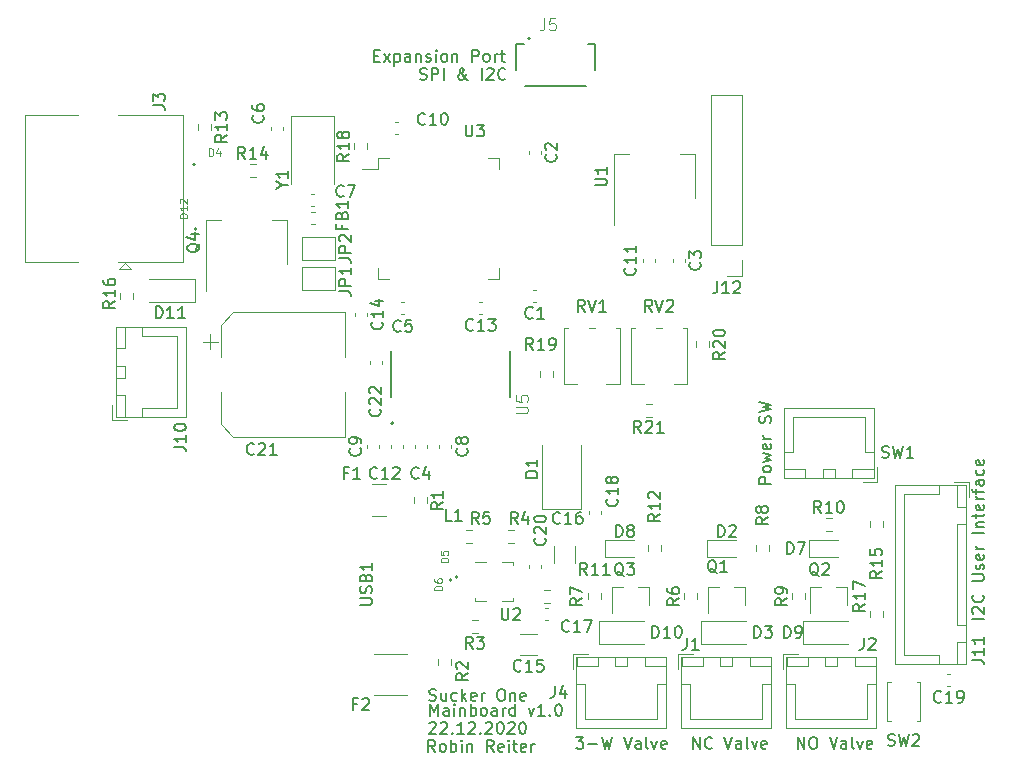
<source format=gbr>
%TF.GenerationSoftware,KiCad,Pcbnew,(5.1.8-0-10_14)*%
%TF.CreationDate,2020-12-22T15:13:40+01:00*%
%TF.ProjectId,sucker-one-mainboard,7375636b-6572-42d6-9f6e-652d6d61696e,rev?*%
%TF.SameCoordinates,Original*%
%TF.FileFunction,Legend,Top*%
%TF.FilePolarity,Positive*%
%FSLAX46Y46*%
G04 Gerber Fmt 4.6, Leading zero omitted, Abs format (unit mm)*
G04 Created by KiCad (PCBNEW (5.1.8-0-10_14)) date 2020-12-22 15:13:40*
%MOMM*%
%LPD*%
G01*
G04 APERTURE LIST*
%ADD10C,0.150000*%
%ADD11C,0.120000*%
%ADD12C,0.127000*%
%ADD13C,0.200000*%
%ADD14C,0.015000*%
G04 APERTURE END LIST*
D10*
X88328952Y-55268761D02*
X88471809Y-55316380D01*
X88709904Y-55316380D01*
X88805142Y-55268761D01*
X88852761Y-55221142D01*
X88900380Y-55125904D01*
X88900380Y-55030666D01*
X88852761Y-54935428D01*
X88805142Y-54887809D01*
X88709904Y-54840190D01*
X88519428Y-54792571D01*
X88424190Y-54744952D01*
X88376571Y-54697333D01*
X88328952Y-54602095D01*
X88328952Y-54506857D01*
X88376571Y-54411619D01*
X88424190Y-54364000D01*
X88519428Y-54316380D01*
X88757523Y-54316380D01*
X88900380Y-54364000D01*
X89328952Y-55316380D02*
X89328952Y-54316380D01*
X89709904Y-54316380D01*
X89805142Y-54364000D01*
X89852761Y-54411619D01*
X89900380Y-54506857D01*
X89900380Y-54649714D01*
X89852761Y-54744952D01*
X89805142Y-54792571D01*
X89709904Y-54840190D01*
X89328952Y-54840190D01*
X90328952Y-55316380D02*
X90328952Y-54316380D01*
X92376571Y-55316380D02*
X92328952Y-55316380D01*
X92233714Y-55268761D01*
X92090857Y-55125904D01*
X91852761Y-54840190D01*
X91757523Y-54697333D01*
X91709904Y-54554476D01*
X91709904Y-54459238D01*
X91757523Y-54364000D01*
X91852761Y-54316380D01*
X91900380Y-54316380D01*
X91995619Y-54364000D01*
X92043238Y-54459238D01*
X92043238Y-54506857D01*
X91995619Y-54602095D01*
X91948000Y-54649714D01*
X91662285Y-54840190D01*
X91614666Y-54887809D01*
X91567047Y-54983047D01*
X91567047Y-55125904D01*
X91614666Y-55221142D01*
X91662285Y-55268761D01*
X91757523Y-55316380D01*
X91900380Y-55316380D01*
X91995619Y-55268761D01*
X92043238Y-55221142D01*
X92186095Y-55030666D01*
X92233714Y-54887809D01*
X92233714Y-54792571D01*
X93567047Y-55316380D02*
X93567047Y-54316380D01*
X93995619Y-54411619D02*
X94043238Y-54364000D01*
X94138476Y-54316380D01*
X94376571Y-54316380D01*
X94471809Y-54364000D01*
X94519428Y-54411619D01*
X94567047Y-54506857D01*
X94567047Y-54602095D01*
X94519428Y-54744952D01*
X93948000Y-55316380D01*
X94567047Y-55316380D01*
X95567047Y-55221142D02*
X95519428Y-55268761D01*
X95376571Y-55316380D01*
X95281333Y-55316380D01*
X95138476Y-55268761D01*
X95043238Y-55173523D01*
X94995619Y-55078285D01*
X94948000Y-54887809D01*
X94948000Y-54744952D01*
X94995619Y-54554476D01*
X95043238Y-54459238D01*
X95138476Y-54364000D01*
X95281333Y-54316380D01*
X95376571Y-54316380D01*
X95519428Y-54364000D01*
X95567047Y-54411619D01*
X89614857Y-112212380D02*
X89281523Y-111736190D01*
X89043428Y-112212380D02*
X89043428Y-111212380D01*
X89424380Y-111212380D01*
X89519619Y-111260000D01*
X89567238Y-111307619D01*
X89614857Y-111402857D01*
X89614857Y-111545714D01*
X89567238Y-111640952D01*
X89519619Y-111688571D01*
X89424380Y-111736190D01*
X89043428Y-111736190D01*
X90186285Y-112212380D02*
X90091047Y-112164761D01*
X90043428Y-112117142D01*
X89995809Y-112021904D01*
X89995809Y-111736190D01*
X90043428Y-111640952D01*
X90091047Y-111593333D01*
X90186285Y-111545714D01*
X90329142Y-111545714D01*
X90424380Y-111593333D01*
X90472000Y-111640952D01*
X90519619Y-111736190D01*
X90519619Y-112021904D01*
X90472000Y-112117142D01*
X90424380Y-112164761D01*
X90329142Y-112212380D01*
X90186285Y-112212380D01*
X90948190Y-112212380D02*
X90948190Y-111212380D01*
X90948190Y-111593333D02*
X91043428Y-111545714D01*
X91233904Y-111545714D01*
X91329142Y-111593333D01*
X91376761Y-111640952D01*
X91424380Y-111736190D01*
X91424380Y-112021904D01*
X91376761Y-112117142D01*
X91329142Y-112164761D01*
X91233904Y-112212380D01*
X91043428Y-112212380D01*
X90948190Y-112164761D01*
X91852952Y-112212380D02*
X91852952Y-111545714D01*
X91852952Y-111212380D02*
X91805333Y-111260000D01*
X91852952Y-111307619D01*
X91900571Y-111260000D01*
X91852952Y-111212380D01*
X91852952Y-111307619D01*
X92329142Y-111545714D02*
X92329142Y-112212380D01*
X92329142Y-111640952D02*
X92376761Y-111593333D01*
X92472000Y-111545714D01*
X92614857Y-111545714D01*
X92710095Y-111593333D01*
X92757714Y-111688571D01*
X92757714Y-112212380D01*
X94567238Y-112212380D02*
X94233904Y-111736190D01*
X93995809Y-112212380D02*
X93995809Y-111212380D01*
X94376761Y-111212380D01*
X94472000Y-111260000D01*
X94519619Y-111307619D01*
X94567238Y-111402857D01*
X94567238Y-111545714D01*
X94519619Y-111640952D01*
X94472000Y-111688571D01*
X94376761Y-111736190D01*
X93995809Y-111736190D01*
X95376761Y-112164761D02*
X95281523Y-112212380D01*
X95091047Y-112212380D01*
X94995809Y-112164761D01*
X94948190Y-112069523D01*
X94948190Y-111688571D01*
X94995809Y-111593333D01*
X95091047Y-111545714D01*
X95281523Y-111545714D01*
X95376761Y-111593333D01*
X95424380Y-111688571D01*
X95424380Y-111783809D01*
X94948190Y-111879047D01*
X95852952Y-112212380D02*
X95852952Y-111545714D01*
X95852952Y-111212380D02*
X95805333Y-111260000D01*
X95852952Y-111307619D01*
X95900571Y-111260000D01*
X95852952Y-111212380D01*
X95852952Y-111307619D01*
X96186285Y-111545714D02*
X96567238Y-111545714D01*
X96329142Y-111212380D02*
X96329142Y-112069523D01*
X96376761Y-112164761D01*
X96472000Y-112212380D01*
X96567238Y-112212380D01*
X97281523Y-112164761D02*
X97186285Y-112212380D01*
X96995809Y-112212380D01*
X96900571Y-112164761D01*
X96852952Y-112069523D01*
X96852952Y-111688571D01*
X96900571Y-111593333D01*
X96995809Y-111545714D01*
X97186285Y-111545714D01*
X97281523Y-111593333D01*
X97329142Y-111688571D01*
X97329142Y-111783809D01*
X96852952Y-111879047D01*
X97757714Y-112212380D02*
X97757714Y-111545714D01*
X97757714Y-111736190D02*
X97805333Y-111640952D01*
X97852952Y-111593333D01*
X97948190Y-111545714D01*
X98043428Y-111545714D01*
X89122761Y-109783619D02*
X89170380Y-109736000D01*
X89265619Y-109688380D01*
X89503714Y-109688380D01*
X89598952Y-109736000D01*
X89646571Y-109783619D01*
X89694190Y-109878857D01*
X89694190Y-109974095D01*
X89646571Y-110116952D01*
X89075142Y-110688380D01*
X89694190Y-110688380D01*
X90075142Y-109783619D02*
X90122761Y-109736000D01*
X90218000Y-109688380D01*
X90456095Y-109688380D01*
X90551333Y-109736000D01*
X90598952Y-109783619D01*
X90646571Y-109878857D01*
X90646571Y-109974095D01*
X90598952Y-110116952D01*
X90027523Y-110688380D01*
X90646571Y-110688380D01*
X91075142Y-110593142D02*
X91122761Y-110640761D01*
X91075142Y-110688380D01*
X91027523Y-110640761D01*
X91075142Y-110593142D01*
X91075142Y-110688380D01*
X92075142Y-110688380D02*
X91503714Y-110688380D01*
X91789428Y-110688380D02*
X91789428Y-109688380D01*
X91694190Y-109831238D01*
X91598952Y-109926476D01*
X91503714Y-109974095D01*
X92456095Y-109783619D02*
X92503714Y-109736000D01*
X92598952Y-109688380D01*
X92837047Y-109688380D01*
X92932285Y-109736000D01*
X92979904Y-109783619D01*
X93027523Y-109878857D01*
X93027523Y-109974095D01*
X92979904Y-110116952D01*
X92408476Y-110688380D01*
X93027523Y-110688380D01*
X93456095Y-110593142D02*
X93503714Y-110640761D01*
X93456095Y-110688380D01*
X93408476Y-110640761D01*
X93456095Y-110593142D01*
X93456095Y-110688380D01*
X93884666Y-109783619D02*
X93932285Y-109736000D01*
X94027523Y-109688380D01*
X94265619Y-109688380D01*
X94360857Y-109736000D01*
X94408476Y-109783619D01*
X94456095Y-109878857D01*
X94456095Y-109974095D01*
X94408476Y-110116952D01*
X93837047Y-110688380D01*
X94456095Y-110688380D01*
X95075142Y-109688380D02*
X95170380Y-109688380D01*
X95265619Y-109736000D01*
X95313238Y-109783619D01*
X95360857Y-109878857D01*
X95408476Y-110069333D01*
X95408476Y-110307428D01*
X95360857Y-110497904D01*
X95313238Y-110593142D01*
X95265619Y-110640761D01*
X95170380Y-110688380D01*
X95075142Y-110688380D01*
X94979904Y-110640761D01*
X94932285Y-110593142D01*
X94884666Y-110497904D01*
X94837047Y-110307428D01*
X94837047Y-110069333D01*
X94884666Y-109878857D01*
X94932285Y-109783619D01*
X94979904Y-109736000D01*
X95075142Y-109688380D01*
X95789428Y-109783619D02*
X95837047Y-109736000D01*
X95932285Y-109688380D01*
X96170380Y-109688380D01*
X96265619Y-109736000D01*
X96313238Y-109783619D01*
X96360857Y-109878857D01*
X96360857Y-109974095D01*
X96313238Y-110116952D01*
X95741809Y-110688380D01*
X96360857Y-110688380D01*
X96979904Y-109688380D02*
X97075142Y-109688380D01*
X97170380Y-109736000D01*
X97218000Y-109783619D01*
X97265619Y-109878857D01*
X97313238Y-110069333D01*
X97313238Y-110307428D01*
X97265619Y-110497904D01*
X97218000Y-110593142D01*
X97170380Y-110640761D01*
X97075142Y-110688380D01*
X96979904Y-110688380D01*
X96884666Y-110640761D01*
X96837047Y-110593142D01*
X96789428Y-110497904D01*
X96741809Y-110307428D01*
X96741809Y-110069333D01*
X96789428Y-109878857D01*
X96837047Y-109783619D01*
X96884666Y-109736000D01*
X96979904Y-109688380D01*
X89194380Y-109164380D02*
X89194380Y-108164380D01*
X89527714Y-108878666D01*
X89861047Y-108164380D01*
X89861047Y-109164380D01*
X90765809Y-109164380D02*
X90765809Y-108640571D01*
X90718190Y-108545333D01*
X90622952Y-108497714D01*
X90432476Y-108497714D01*
X90337238Y-108545333D01*
X90765809Y-109116761D02*
X90670571Y-109164380D01*
X90432476Y-109164380D01*
X90337238Y-109116761D01*
X90289619Y-109021523D01*
X90289619Y-108926285D01*
X90337238Y-108831047D01*
X90432476Y-108783428D01*
X90670571Y-108783428D01*
X90765809Y-108735809D01*
X91242000Y-109164380D02*
X91242000Y-108497714D01*
X91242000Y-108164380D02*
X91194380Y-108212000D01*
X91242000Y-108259619D01*
X91289619Y-108212000D01*
X91242000Y-108164380D01*
X91242000Y-108259619D01*
X91718190Y-108497714D02*
X91718190Y-109164380D01*
X91718190Y-108592952D02*
X91765809Y-108545333D01*
X91861047Y-108497714D01*
X92003904Y-108497714D01*
X92099142Y-108545333D01*
X92146761Y-108640571D01*
X92146761Y-109164380D01*
X92622952Y-109164380D02*
X92622952Y-108164380D01*
X92622952Y-108545333D02*
X92718190Y-108497714D01*
X92908666Y-108497714D01*
X93003904Y-108545333D01*
X93051523Y-108592952D01*
X93099142Y-108688190D01*
X93099142Y-108973904D01*
X93051523Y-109069142D01*
X93003904Y-109116761D01*
X92908666Y-109164380D01*
X92718190Y-109164380D01*
X92622952Y-109116761D01*
X93670571Y-109164380D02*
X93575333Y-109116761D01*
X93527714Y-109069142D01*
X93480095Y-108973904D01*
X93480095Y-108688190D01*
X93527714Y-108592952D01*
X93575333Y-108545333D01*
X93670571Y-108497714D01*
X93813428Y-108497714D01*
X93908666Y-108545333D01*
X93956285Y-108592952D01*
X94003904Y-108688190D01*
X94003904Y-108973904D01*
X93956285Y-109069142D01*
X93908666Y-109116761D01*
X93813428Y-109164380D01*
X93670571Y-109164380D01*
X94861047Y-109164380D02*
X94861047Y-108640571D01*
X94813428Y-108545333D01*
X94718190Y-108497714D01*
X94527714Y-108497714D01*
X94432476Y-108545333D01*
X94861047Y-109116761D02*
X94765809Y-109164380D01*
X94527714Y-109164380D01*
X94432476Y-109116761D01*
X94384857Y-109021523D01*
X94384857Y-108926285D01*
X94432476Y-108831047D01*
X94527714Y-108783428D01*
X94765809Y-108783428D01*
X94861047Y-108735809D01*
X95337238Y-109164380D02*
X95337238Y-108497714D01*
X95337238Y-108688190D02*
X95384857Y-108592952D01*
X95432476Y-108545333D01*
X95527714Y-108497714D01*
X95622952Y-108497714D01*
X96384857Y-109164380D02*
X96384857Y-108164380D01*
X96384857Y-109116761D02*
X96289619Y-109164380D01*
X96099142Y-109164380D01*
X96003904Y-109116761D01*
X95956285Y-109069142D01*
X95908666Y-108973904D01*
X95908666Y-108688190D01*
X95956285Y-108592952D01*
X96003904Y-108545333D01*
X96099142Y-108497714D01*
X96289619Y-108497714D01*
X96384857Y-108545333D01*
X97527714Y-108497714D02*
X97765809Y-109164380D01*
X98003904Y-108497714D01*
X98908666Y-109164380D02*
X98337238Y-109164380D01*
X98622952Y-109164380D02*
X98622952Y-108164380D01*
X98527714Y-108307238D01*
X98432476Y-108402476D01*
X98337238Y-108450095D01*
X99337238Y-109069142D02*
X99384857Y-109116761D01*
X99337238Y-109164380D01*
X99289619Y-109116761D01*
X99337238Y-109069142D01*
X99337238Y-109164380D01*
X100003904Y-108164380D02*
X100099142Y-108164380D01*
X100194380Y-108212000D01*
X100242000Y-108259619D01*
X100289619Y-108354857D01*
X100337238Y-108545333D01*
X100337238Y-108783428D01*
X100289619Y-108973904D01*
X100242000Y-109069142D01*
X100194380Y-109116761D01*
X100099142Y-109164380D01*
X100003904Y-109164380D01*
X99908666Y-109116761D01*
X99861047Y-109069142D01*
X99813428Y-108973904D01*
X99765809Y-108783428D01*
X99765809Y-108545333D01*
X99813428Y-108354857D01*
X99861047Y-108259619D01*
X99908666Y-108212000D01*
X100003904Y-108164380D01*
X89122761Y-107846761D02*
X89265619Y-107894380D01*
X89503714Y-107894380D01*
X89598952Y-107846761D01*
X89646571Y-107799142D01*
X89694190Y-107703904D01*
X89694190Y-107608666D01*
X89646571Y-107513428D01*
X89598952Y-107465809D01*
X89503714Y-107418190D01*
X89313238Y-107370571D01*
X89218000Y-107322952D01*
X89170380Y-107275333D01*
X89122761Y-107180095D01*
X89122761Y-107084857D01*
X89170380Y-106989619D01*
X89218000Y-106942000D01*
X89313238Y-106894380D01*
X89551333Y-106894380D01*
X89694190Y-106942000D01*
X90551333Y-107227714D02*
X90551333Y-107894380D01*
X90122761Y-107227714D02*
X90122761Y-107751523D01*
X90170380Y-107846761D01*
X90265619Y-107894380D01*
X90408476Y-107894380D01*
X90503714Y-107846761D01*
X90551333Y-107799142D01*
X91456095Y-107846761D02*
X91360857Y-107894380D01*
X91170380Y-107894380D01*
X91075142Y-107846761D01*
X91027523Y-107799142D01*
X90979904Y-107703904D01*
X90979904Y-107418190D01*
X91027523Y-107322952D01*
X91075142Y-107275333D01*
X91170380Y-107227714D01*
X91360857Y-107227714D01*
X91456095Y-107275333D01*
X91884666Y-107894380D02*
X91884666Y-106894380D01*
X91979904Y-107513428D02*
X92265619Y-107894380D01*
X92265619Y-107227714D02*
X91884666Y-107608666D01*
X93075142Y-107846761D02*
X92979904Y-107894380D01*
X92789428Y-107894380D01*
X92694190Y-107846761D01*
X92646571Y-107751523D01*
X92646571Y-107370571D01*
X92694190Y-107275333D01*
X92789428Y-107227714D01*
X92979904Y-107227714D01*
X93075142Y-107275333D01*
X93122761Y-107370571D01*
X93122761Y-107465809D01*
X92646571Y-107561047D01*
X93551333Y-107894380D02*
X93551333Y-107227714D01*
X93551333Y-107418190D02*
X93598952Y-107322952D01*
X93646571Y-107275333D01*
X93741809Y-107227714D01*
X93837047Y-107227714D01*
X95122761Y-106894380D02*
X95313238Y-106894380D01*
X95408476Y-106942000D01*
X95503714Y-107037238D01*
X95551333Y-107227714D01*
X95551333Y-107561047D01*
X95503714Y-107751523D01*
X95408476Y-107846761D01*
X95313238Y-107894380D01*
X95122761Y-107894380D01*
X95027523Y-107846761D01*
X94932285Y-107751523D01*
X94884666Y-107561047D01*
X94884666Y-107227714D01*
X94932285Y-107037238D01*
X95027523Y-106942000D01*
X95122761Y-106894380D01*
X95979904Y-107227714D02*
X95979904Y-107894380D01*
X95979904Y-107322952D02*
X96027523Y-107275333D01*
X96122761Y-107227714D01*
X96265619Y-107227714D01*
X96360857Y-107275333D01*
X96408476Y-107370571D01*
X96408476Y-107894380D01*
X97265619Y-107846761D02*
X97170380Y-107894380D01*
X96979904Y-107894380D01*
X96884666Y-107846761D01*
X96837047Y-107751523D01*
X96837047Y-107370571D01*
X96884666Y-107275333D01*
X96979904Y-107227714D01*
X97170380Y-107227714D01*
X97265619Y-107275333D01*
X97313238Y-107370571D01*
X97313238Y-107465809D01*
X96837047Y-107561047D01*
X84463619Y-53268571D02*
X84796952Y-53268571D01*
X84939809Y-53792380D02*
X84463619Y-53792380D01*
X84463619Y-52792380D01*
X84939809Y-52792380D01*
X85273142Y-53792380D02*
X85796952Y-53125714D01*
X85273142Y-53125714D02*
X85796952Y-53792380D01*
X86177904Y-53125714D02*
X86177904Y-54125714D01*
X86177904Y-53173333D02*
X86273142Y-53125714D01*
X86463619Y-53125714D01*
X86558857Y-53173333D01*
X86606476Y-53220952D01*
X86654095Y-53316190D01*
X86654095Y-53601904D01*
X86606476Y-53697142D01*
X86558857Y-53744761D01*
X86463619Y-53792380D01*
X86273142Y-53792380D01*
X86177904Y-53744761D01*
X87511238Y-53792380D02*
X87511238Y-53268571D01*
X87463619Y-53173333D01*
X87368380Y-53125714D01*
X87177904Y-53125714D01*
X87082666Y-53173333D01*
X87511238Y-53744761D02*
X87416000Y-53792380D01*
X87177904Y-53792380D01*
X87082666Y-53744761D01*
X87035047Y-53649523D01*
X87035047Y-53554285D01*
X87082666Y-53459047D01*
X87177904Y-53411428D01*
X87416000Y-53411428D01*
X87511238Y-53363809D01*
X87987428Y-53125714D02*
X87987428Y-53792380D01*
X87987428Y-53220952D02*
X88035047Y-53173333D01*
X88130285Y-53125714D01*
X88273142Y-53125714D01*
X88368380Y-53173333D01*
X88416000Y-53268571D01*
X88416000Y-53792380D01*
X88844571Y-53744761D02*
X88939809Y-53792380D01*
X89130285Y-53792380D01*
X89225523Y-53744761D01*
X89273142Y-53649523D01*
X89273142Y-53601904D01*
X89225523Y-53506666D01*
X89130285Y-53459047D01*
X88987428Y-53459047D01*
X88892190Y-53411428D01*
X88844571Y-53316190D01*
X88844571Y-53268571D01*
X88892190Y-53173333D01*
X88987428Y-53125714D01*
X89130285Y-53125714D01*
X89225523Y-53173333D01*
X89701714Y-53792380D02*
X89701714Y-53125714D01*
X89701714Y-52792380D02*
X89654095Y-52840000D01*
X89701714Y-52887619D01*
X89749333Y-52840000D01*
X89701714Y-52792380D01*
X89701714Y-52887619D01*
X90320761Y-53792380D02*
X90225523Y-53744761D01*
X90177904Y-53697142D01*
X90130285Y-53601904D01*
X90130285Y-53316190D01*
X90177904Y-53220952D01*
X90225523Y-53173333D01*
X90320761Y-53125714D01*
X90463619Y-53125714D01*
X90558857Y-53173333D01*
X90606476Y-53220952D01*
X90654095Y-53316190D01*
X90654095Y-53601904D01*
X90606476Y-53697142D01*
X90558857Y-53744761D01*
X90463619Y-53792380D01*
X90320761Y-53792380D01*
X91082666Y-53125714D02*
X91082666Y-53792380D01*
X91082666Y-53220952D02*
X91130285Y-53173333D01*
X91225523Y-53125714D01*
X91368380Y-53125714D01*
X91463619Y-53173333D01*
X91511238Y-53268571D01*
X91511238Y-53792380D01*
X92749333Y-53792380D02*
X92749333Y-52792380D01*
X93130285Y-52792380D01*
X93225523Y-52840000D01*
X93273142Y-52887619D01*
X93320761Y-52982857D01*
X93320761Y-53125714D01*
X93273142Y-53220952D01*
X93225523Y-53268571D01*
X93130285Y-53316190D01*
X92749333Y-53316190D01*
X93892190Y-53792380D02*
X93796952Y-53744761D01*
X93749333Y-53697142D01*
X93701714Y-53601904D01*
X93701714Y-53316190D01*
X93749333Y-53220952D01*
X93796952Y-53173333D01*
X93892190Y-53125714D01*
X94035047Y-53125714D01*
X94130285Y-53173333D01*
X94177904Y-53220952D01*
X94225523Y-53316190D01*
X94225523Y-53601904D01*
X94177904Y-53697142D01*
X94130285Y-53744761D01*
X94035047Y-53792380D01*
X93892190Y-53792380D01*
X94654095Y-53792380D02*
X94654095Y-53125714D01*
X94654095Y-53316190D02*
X94701714Y-53220952D01*
X94749333Y-53173333D01*
X94844571Y-53125714D01*
X94939809Y-53125714D01*
X95130285Y-53125714D02*
X95511238Y-53125714D01*
X95273142Y-52792380D02*
X95273142Y-53649523D01*
X95320761Y-53744761D01*
X95416000Y-53792380D01*
X95511238Y-53792380D01*
X118054380Y-89510761D02*
X117054380Y-89510761D01*
X117054380Y-89129809D01*
X117102000Y-89034571D01*
X117149619Y-88986952D01*
X117244857Y-88939333D01*
X117387714Y-88939333D01*
X117482952Y-88986952D01*
X117530571Y-89034571D01*
X117578190Y-89129809D01*
X117578190Y-89510761D01*
X118054380Y-88367904D02*
X118006761Y-88463142D01*
X117959142Y-88510761D01*
X117863904Y-88558380D01*
X117578190Y-88558380D01*
X117482952Y-88510761D01*
X117435333Y-88463142D01*
X117387714Y-88367904D01*
X117387714Y-88225047D01*
X117435333Y-88129809D01*
X117482952Y-88082190D01*
X117578190Y-88034571D01*
X117863904Y-88034571D01*
X117959142Y-88082190D01*
X118006761Y-88129809D01*
X118054380Y-88225047D01*
X118054380Y-88367904D01*
X117387714Y-87701238D02*
X118054380Y-87510761D01*
X117578190Y-87320285D01*
X118054380Y-87129809D01*
X117387714Y-86939333D01*
X118006761Y-86177428D02*
X118054380Y-86272666D01*
X118054380Y-86463142D01*
X118006761Y-86558380D01*
X117911523Y-86606000D01*
X117530571Y-86606000D01*
X117435333Y-86558380D01*
X117387714Y-86463142D01*
X117387714Y-86272666D01*
X117435333Y-86177428D01*
X117530571Y-86129809D01*
X117625809Y-86129809D01*
X117721047Y-86606000D01*
X118054380Y-85701238D02*
X117387714Y-85701238D01*
X117578190Y-85701238D02*
X117482952Y-85653619D01*
X117435333Y-85606000D01*
X117387714Y-85510761D01*
X117387714Y-85415523D01*
X118006761Y-84367904D02*
X118054380Y-84225047D01*
X118054380Y-83986952D01*
X118006761Y-83891714D01*
X117959142Y-83844095D01*
X117863904Y-83796476D01*
X117768666Y-83796476D01*
X117673428Y-83844095D01*
X117625809Y-83891714D01*
X117578190Y-83986952D01*
X117530571Y-84177428D01*
X117482952Y-84272666D01*
X117435333Y-84320285D01*
X117340095Y-84367904D01*
X117244857Y-84367904D01*
X117149619Y-84320285D01*
X117102000Y-84272666D01*
X117054380Y-84177428D01*
X117054380Y-83939333D01*
X117102000Y-83796476D01*
X117054380Y-83463142D02*
X118054380Y-83225047D01*
X117340095Y-83034571D01*
X118054380Y-82844095D01*
X117054380Y-82606000D01*
X136088380Y-100948285D02*
X135088380Y-100948285D01*
X135183619Y-100519714D02*
X135136000Y-100472095D01*
X135088380Y-100376857D01*
X135088380Y-100138761D01*
X135136000Y-100043523D01*
X135183619Y-99995904D01*
X135278857Y-99948285D01*
X135374095Y-99948285D01*
X135516952Y-99995904D01*
X136088380Y-100567333D01*
X136088380Y-99948285D01*
X135993142Y-98948285D02*
X136040761Y-98995904D01*
X136088380Y-99138761D01*
X136088380Y-99234000D01*
X136040761Y-99376857D01*
X135945523Y-99472095D01*
X135850285Y-99519714D01*
X135659809Y-99567333D01*
X135516952Y-99567333D01*
X135326476Y-99519714D01*
X135231238Y-99472095D01*
X135136000Y-99376857D01*
X135088380Y-99234000D01*
X135088380Y-99138761D01*
X135136000Y-98995904D01*
X135183619Y-98948285D01*
X135088380Y-97757809D02*
X135897904Y-97757809D01*
X135993142Y-97710190D01*
X136040761Y-97662571D01*
X136088380Y-97567333D01*
X136088380Y-97376857D01*
X136040761Y-97281619D01*
X135993142Y-97234000D01*
X135897904Y-97186380D01*
X135088380Y-97186380D01*
X136040761Y-96757809D02*
X136088380Y-96662571D01*
X136088380Y-96472095D01*
X136040761Y-96376857D01*
X135945523Y-96329238D01*
X135897904Y-96329238D01*
X135802666Y-96376857D01*
X135755047Y-96472095D01*
X135755047Y-96614952D01*
X135707428Y-96710190D01*
X135612190Y-96757809D01*
X135564571Y-96757809D01*
X135469333Y-96710190D01*
X135421714Y-96614952D01*
X135421714Y-96472095D01*
X135469333Y-96376857D01*
X136040761Y-95519714D02*
X136088380Y-95614952D01*
X136088380Y-95805428D01*
X136040761Y-95900666D01*
X135945523Y-95948285D01*
X135564571Y-95948285D01*
X135469333Y-95900666D01*
X135421714Y-95805428D01*
X135421714Y-95614952D01*
X135469333Y-95519714D01*
X135564571Y-95472095D01*
X135659809Y-95472095D01*
X135755047Y-95948285D01*
X136088380Y-95043523D02*
X135421714Y-95043523D01*
X135612190Y-95043523D02*
X135516952Y-94995904D01*
X135469333Y-94948285D01*
X135421714Y-94853047D01*
X135421714Y-94757809D01*
X136088380Y-93662571D02*
X135088380Y-93662571D01*
X135421714Y-93186380D02*
X136088380Y-93186380D01*
X135516952Y-93186380D02*
X135469333Y-93138761D01*
X135421714Y-93043523D01*
X135421714Y-92900666D01*
X135469333Y-92805428D01*
X135564571Y-92757809D01*
X136088380Y-92757809D01*
X135421714Y-92424476D02*
X135421714Y-92043523D01*
X135088380Y-92281619D02*
X135945523Y-92281619D01*
X136040761Y-92234000D01*
X136088380Y-92138761D01*
X136088380Y-92043523D01*
X136040761Y-91329238D02*
X136088380Y-91424476D01*
X136088380Y-91614952D01*
X136040761Y-91710190D01*
X135945523Y-91757809D01*
X135564571Y-91757809D01*
X135469333Y-91710190D01*
X135421714Y-91614952D01*
X135421714Y-91424476D01*
X135469333Y-91329238D01*
X135564571Y-91281619D01*
X135659809Y-91281619D01*
X135755047Y-91757809D01*
X136088380Y-90853047D02*
X135421714Y-90853047D01*
X135612190Y-90853047D02*
X135516952Y-90805428D01*
X135469333Y-90757809D01*
X135421714Y-90662571D01*
X135421714Y-90567333D01*
X135421714Y-90376857D02*
X135421714Y-89995904D01*
X136088380Y-90234000D02*
X135231238Y-90234000D01*
X135136000Y-90186380D01*
X135088380Y-90091142D01*
X135088380Y-89995904D01*
X136088380Y-89234000D02*
X135564571Y-89234000D01*
X135469333Y-89281619D01*
X135421714Y-89376857D01*
X135421714Y-89567333D01*
X135469333Y-89662571D01*
X136040761Y-89234000D02*
X136088380Y-89329238D01*
X136088380Y-89567333D01*
X136040761Y-89662571D01*
X135945523Y-89710190D01*
X135850285Y-89710190D01*
X135755047Y-89662571D01*
X135707428Y-89567333D01*
X135707428Y-89329238D01*
X135659809Y-89234000D01*
X136040761Y-88329238D02*
X136088380Y-88424476D01*
X136088380Y-88614952D01*
X136040761Y-88710190D01*
X135993142Y-88757809D01*
X135897904Y-88805428D01*
X135612190Y-88805428D01*
X135516952Y-88757809D01*
X135469333Y-88710190D01*
X135421714Y-88614952D01*
X135421714Y-88424476D01*
X135469333Y-88329238D01*
X136040761Y-87519714D02*
X136088380Y-87614952D01*
X136088380Y-87805428D01*
X136040761Y-87900666D01*
X135945523Y-87948285D01*
X135564571Y-87948285D01*
X135469333Y-87900666D01*
X135421714Y-87805428D01*
X135421714Y-87614952D01*
X135469333Y-87519714D01*
X135564571Y-87472095D01*
X135659809Y-87472095D01*
X135755047Y-87948285D01*
X120301142Y-111958380D02*
X120301142Y-110958380D01*
X120872571Y-111958380D01*
X120872571Y-110958380D01*
X121539238Y-110958380D02*
X121729714Y-110958380D01*
X121824952Y-111006000D01*
X121920190Y-111101238D01*
X121967809Y-111291714D01*
X121967809Y-111625047D01*
X121920190Y-111815523D01*
X121824952Y-111910761D01*
X121729714Y-111958380D01*
X121539238Y-111958380D01*
X121444000Y-111910761D01*
X121348761Y-111815523D01*
X121301142Y-111625047D01*
X121301142Y-111291714D01*
X121348761Y-111101238D01*
X121444000Y-111006000D01*
X121539238Y-110958380D01*
X123015428Y-110958380D02*
X123348761Y-111958380D01*
X123682095Y-110958380D01*
X124444000Y-111958380D02*
X124444000Y-111434571D01*
X124396380Y-111339333D01*
X124301142Y-111291714D01*
X124110666Y-111291714D01*
X124015428Y-111339333D01*
X124444000Y-111910761D02*
X124348761Y-111958380D01*
X124110666Y-111958380D01*
X124015428Y-111910761D01*
X123967809Y-111815523D01*
X123967809Y-111720285D01*
X124015428Y-111625047D01*
X124110666Y-111577428D01*
X124348761Y-111577428D01*
X124444000Y-111529809D01*
X125063047Y-111958380D02*
X124967809Y-111910761D01*
X124920190Y-111815523D01*
X124920190Y-110958380D01*
X125348761Y-111291714D02*
X125586857Y-111958380D01*
X125824952Y-111291714D01*
X126586857Y-111910761D02*
X126491619Y-111958380D01*
X126301142Y-111958380D01*
X126205904Y-111910761D01*
X126158285Y-111815523D01*
X126158285Y-111434571D01*
X126205904Y-111339333D01*
X126301142Y-111291714D01*
X126491619Y-111291714D01*
X126586857Y-111339333D01*
X126634476Y-111434571D01*
X126634476Y-111529809D01*
X126158285Y-111625047D01*
X111434952Y-111958380D02*
X111434952Y-110958380D01*
X112006380Y-111958380D01*
X112006380Y-110958380D01*
X113054000Y-111863142D02*
X113006380Y-111910761D01*
X112863523Y-111958380D01*
X112768285Y-111958380D01*
X112625428Y-111910761D01*
X112530190Y-111815523D01*
X112482571Y-111720285D01*
X112434952Y-111529809D01*
X112434952Y-111386952D01*
X112482571Y-111196476D01*
X112530190Y-111101238D01*
X112625428Y-111006000D01*
X112768285Y-110958380D01*
X112863523Y-110958380D01*
X113006380Y-111006000D01*
X113054000Y-111053619D01*
X114101619Y-110958380D02*
X114434952Y-111958380D01*
X114768285Y-110958380D01*
X115530190Y-111958380D02*
X115530190Y-111434571D01*
X115482571Y-111339333D01*
X115387333Y-111291714D01*
X115196857Y-111291714D01*
X115101619Y-111339333D01*
X115530190Y-111910761D02*
X115434952Y-111958380D01*
X115196857Y-111958380D01*
X115101619Y-111910761D01*
X115054000Y-111815523D01*
X115054000Y-111720285D01*
X115101619Y-111625047D01*
X115196857Y-111577428D01*
X115434952Y-111577428D01*
X115530190Y-111529809D01*
X116149238Y-111958380D02*
X116054000Y-111910761D01*
X116006380Y-111815523D01*
X116006380Y-110958380D01*
X116434952Y-111291714D02*
X116673047Y-111958380D01*
X116911142Y-111291714D01*
X117673047Y-111910761D02*
X117577809Y-111958380D01*
X117387333Y-111958380D01*
X117292095Y-111910761D01*
X117244476Y-111815523D01*
X117244476Y-111434571D01*
X117292095Y-111339333D01*
X117387333Y-111291714D01*
X117577809Y-111291714D01*
X117673047Y-111339333D01*
X117720666Y-111434571D01*
X117720666Y-111529809D01*
X117244476Y-111625047D01*
X101552857Y-110958380D02*
X102171904Y-110958380D01*
X101838571Y-111339333D01*
X101981428Y-111339333D01*
X102076666Y-111386952D01*
X102124285Y-111434571D01*
X102171904Y-111529809D01*
X102171904Y-111767904D01*
X102124285Y-111863142D01*
X102076666Y-111910761D01*
X101981428Y-111958380D01*
X101695714Y-111958380D01*
X101600476Y-111910761D01*
X101552857Y-111863142D01*
X102600476Y-111577428D02*
X103362380Y-111577428D01*
X103743333Y-110958380D02*
X103981428Y-111958380D01*
X104171904Y-111244095D01*
X104362380Y-111958380D01*
X104600476Y-110958380D01*
X105600476Y-110958380D02*
X105933809Y-111958380D01*
X106267142Y-110958380D01*
X107029047Y-111958380D02*
X107029047Y-111434571D01*
X106981428Y-111339333D01*
X106886190Y-111291714D01*
X106695714Y-111291714D01*
X106600476Y-111339333D01*
X107029047Y-111910761D02*
X106933809Y-111958380D01*
X106695714Y-111958380D01*
X106600476Y-111910761D01*
X106552857Y-111815523D01*
X106552857Y-111720285D01*
X106600476Y-111625047D01*
X106695714Y-111577428D01*
X106933809Y-111577428D01*
X107029047Y-111529809D01*
X107648095Y-111958380D02*
X107552857Y-111910761D01*
X107505238Y-111815523D01*
X107505238Y-110958380D01*
X107933809Y-111291714D02*
X108171904Y-111958380D01*
X108410000Y-111291714D01*
X109171904Y-111910761D02*
X109076666Y-111958380D01*
X108886190Y-111958380D01*
X108790952Y-111910761D01*
X108743333Y-111815523D01*
X108743333Y-111434571D01*
X108790952Y-111339333D01*
X108886190Y-111291714D01*
X109076666Y-111291714D01*
X109171904Y-111339333D01*
X109219523Y-111434571D01*
X109219523Y-111529809D01*
X108743333Y-111625047D01*
D11*
%TO.C,Y1*%
X77448000Y-58418000D02*
X77448000Y-64168000D01*
X81048000Y-58418000D02*
X77448000Y-58418000D01*
X81048000Y-64168000D02*
X81048000Y-58418000D01*
%TO.C,C1*%
X98190267Y-73150000D02*
X97897733Y-73150000D01*
X98190267Y-74170000D02*
X97897733Y-74170000D01*
%TO.C,C2*%
X97534000Y-61321733D02*
X97534000Y-61614267D01*
X98554000Y-61321733D02*
X98554000Y-61614267D01*
%TO.C,C3*%
X110746000Y-70465733D02*
X110746000Y-70758267D01*
X109726000Y-70465733D02*
X109726000Y-70758267D01*
%TO.C,C4*%
X87882000Y-86506267D02*
X87882000Y-86213733D01*
X88902000Y-86506267D02*
X88902000Y-86213733D01*
%TO.C,C5*%
X87014267Y-75186000D02*
X86721733Y-75186000D01*
X87014267Y-74166000D02*
X86721733Y-74166000D01*
%TO.C,C6*%
X76710000Y-59289733D02*
X76710000Y-59582267D01*
X75690000Y-59289733D02*
X75690000Y-59582267D01*
%TO.C,C7*%
X79394267Y-65022000D02*
X79101733Y-65022000D01*
X79394267Y-66042000D02*
X79101733Y-66042000D01*
%TO.C,C8*%
X90934000Y-86506267D02*
X90934000Y-86213733D01*
X89914000Y-86506267D02*
X89914000Y-86213733D01*
%TO.C,C9*%
X84838000Y-86506267D02*
X84838000Y-86213733D01*
X83818000Y-86506267D02*
X83818000Y-86213733D01*
%TO.C,C10*%
X86213733Y-59946000D02*
X86506267Y-59946000D01*
X86213733Y-58926000D02*
X86506267Y-58926000D01*
%TO.C,C11*%
X108206000Y-70465733D02*
X108206000Y-70758267D01*
X107186000Y-70465733D02*
X107186000Y-70758267D01*
%TO.C,C12*%
X85850000Y-86506267D02*
X85850000Y-86213733D01*
X86870000Y-86506267D02*
X86870000Y-86213733D01*
%TO.C,C13*%
X93618267Y-74166000D02*
X93325733Y-74166000D01*
X93618267Y-75186000D02*
X93325733Y-75186000D01*
%TO.C,C14*%
X83822000Y-75037733D02*
X83822000Y-75330267D01*
X82802000Y-75037733D02*
X82802000Y-75330267D01*
%TO.C,C15*%
X98247252Y-104034000D02*
X96824748Y-104034000D01*
X98247252Y-102214000D02*
X96824748Y-102214000D01*
%TO.C,C16*%
X101494000Y-96215252D02*
X101494000Y-94792748D01*
X99674000Y-96215252D02*
X99674000Y-94792748D01*
%TO.C,C17*%
X99206267Y-101094000D02*
X98913733Y-101094000D01*
X99206267Y-100074000D02*
X98913733Y-100074000D01*
%TO.C,C18*%
X103634000Y-92094267D02*
X103634000Y-91801733D01*
X102614000Y-92094267D02*
X102614000Y-91801733D01*
%TO.C,C19*%
X133242267Y-105662000D02*
X132949733Y-105662000D01*
X133242267Y-106682000D02*
X132949733Y-106682000D01*
%TO.C,C20*%
X98554000Y-96373733D02*
X98554000Y-96666267D01*
X97534000Y-96373733D02*
X97534000Y-96666267D01*
%TO.C,C21*%
X70583000Y-76879000D02*
X70583000Y-78129000D01*
X69958000Y-77504000D02*
X71208000Y-77504000D01*
X71448000Y-84459563D02*
X72512437Y-85524000D01*
X71448000Y-76068437D02*
X72512437Y-75004000D01*
X71448000Y-76068437D02*
X71448000Y-78754000D01*
X71448000Y-84459563D02*
X71448000Y-81774000D01*
X72512437Y-85524000D02*
X81968000Y-85524000D01*
X72512437Y-75004000D02*
X81968000Y-75004000D01*
X81968000Y-75004000D02*
X81968000Y-78754000D01*
X81968000Y-85524000D02*
X81968000Y-81774000D01*
%TO.C,C22*%
X84072000Y-79101733D02*
X84072000Y-79394267D01*
X85092000Y-79101733D02*
X85092000Y-79394267D01*
%TO.C,D1*%
X98680000Y-91665000D02*
X98680000Y-86265000D01*
X101980000Y-91665000D02*
X101980000Y-86265000D01*
X98680000Y-91665000D02*
X101980000Y-91665000D01*
%TO.C,D2*%
X112640000Y-95731000D02*
X115100000Y-95731000D01*
X112640000Y-94261000D02*
X112640000Y-95731000D01*
X115100000Y-94261000D02*
X112640000Y-94261000D01*
%TO.C,D3*%
X112100000Y-101108000D02*
X112100000Y-103108000D01*
X112100000Y-103108000D02*
X115950000Y-103108000D01*
X112100000Y-101108000D02*
X115950000Y-101108000D01*
D10*
%TO.C,D4*%
X69287000Y-62484000D02*
G75*
G03*
X69287000Y-62484000I-75000J0D01*
G01*
%TO.C,D6*%
X91007000Y-97668000D02*
G75*
G03*
X91007000Y-97668000I-75000J0D01*
G01*
D11*
%TO.C,D7*%
X123736000Y-94261000D02*
X121276000Y-94261000D01*
X121276000Y-94261000D02*
X121276000Y-95731000D01*
X121276000Y-95731000D02*
X123736000Y-95731000D01*
%TO.C,D8*%
X104004000Y-95731000D02*
X106464000Y-95731000D01*
X104004000Y-94261000D02*
X104004000Y-95731000D01*
X106464000Y-94261000D02*
X104004000Y-94261000D01*
%TO.C,D9*%
X120736000Y-101108000D02*
X124586000Y-101108000D01*
X120736000Y-103108000D02*
X124586000Y-103108000D01*
X120736000Y-101108000D02*
X120736000Y-103108000D01*
%TO.C,D10*%
X103464000Y-101108000D02*
X103464000Y-103108000D01*
X103464000Y-103108000D02*
X107314000Y-103108000D01*
X103464000Y-101108000D02*
X107314000Y-101108000D01*
%TO.C,D11*%
X69256000Y-74152000D02*
X65406000Y-74152000D01*
X69256000Y-72152000D02*
X65406000Y-72152000D01*
X69256000Y-74152000D02*
X69256000Y-72152000D01*
%TO.C,F1*%
X84233936Y-92292000D02*
X85438064Y-92292000D01*
X84233936Y-89572000D02*
X85438064Y-89572000D01*
%TO.C,F2*%
X84465748Y-107374000D02*
X87238252Y-107374000D01*
X84465748Y-103954000D02*
X87238252Y-103954000D01*
%TO.C,FB1*%
X79419267Y-66546000D02*
X79076733Y-66546000D01*
X79419267Y-67566000D02*
X79076733Y-67566000D01*
%TO.C,J1*%
X110180000Y-103930000D02*
X110180000Y-105180000D01*
X111430000Y-103930000D02*
X110180000Y-103930000D01*
X117330000Y-109430000D02*
X114280000Y-109430000D01*
X117330000Y-106480000D02*
X117330000Y-109430000D01*
X118080000Y-106480000D02*
X117330000Y-106480000D01*
X111230000Y-109430000D02*
X114280000Y-109430000D01*
X111230000Y-106480000D02*
X111230000Y-109430000D01*
X110480000Y-106480000D02*
X111230000Y-106480000D01*
X118080000Y-104230000D02*
X116280000Y-104230000D01*
X118080000Y-104980000D02*
X118080000Y-104230000D01*
X116280000Y-104980000D02*
X118080000Y-104980000D01*
X116280000Y-104230000D02*
X116280000Y-104980000D01*
X112280000Y-104230000D02*
X110480000Y-104230000D01*
X112280000Y-104980000D02*
X112280000Y-104230000D01*
X110480000Y-104980000D02*
X112280000Y-104980000D01*
X110480000Y-104230000D02*
X110480000Y-104980000D01*
X114780000Y-104230000D02*
X113780000Y-104230000D01*
X114780000Y-104980000D02*
X114780000Y-104230000D01*
X113780000Y-104980000D02*
X114780000Y-104980000D01*
X113780000Y-104230000D02*
X113780000Y-104980000D01*
X118090000Y-104220000D02*
X110470000Y-104220000D01*
X118090000Y-110190000D02*
X118090000Y-104220000D01*
X110470000Y-110190000D02*
X118090000Y-110190000D01*
X110470000Y-104220000D02*
X110470000Y-110190000D01*
%TO.C,J2*%
X119360000Y-104220000D02*
X119360000Y-110190000D01*
X119360000Y-110190000D02*
X126980000Y-110190000D01*
X126980000Y-110190000D02*
X126980000Y-104220000D01*
X126980000Y-104220000D02*
X119360000Y-104220000D01*
X122670000Y-104230000D02*
X122670000Y-104980000D01*
X122670000Y-104980000D02*
X123670000Y-104980000D01*
X123670000Y-104980000D02*
X123670000Y-104230000D01*
X123670000Y-104230000D02*
X122670000Y-104230000D01*
X119370000Y-104230000D02*
X119370000Y-104980000D01*
X119370000Y-104980000D02*
X121170000Y-104980000D01*
X121170000Y-104980000D02*
X121170000Y-104230000D01*
X121170000Y-104230000D02*
X119370000Y-104230000D01*
X125170000Y-104230000D02*
X125170000Y-104980000D01*
X125170000Y-104980000D02*
X126970000Y-104980000D01*
X126970000Y-104980000D02*
X126970000Y-104230000D01*
X126970000Y-104230000D02*
X125170000Y-104230000D01*
X119370000Y-106480000D02*
X120120000Y-106480000D01*
X120120000Y-106480000D02*
X120120000Y-109430000D01*
X120120000Y-109430000D02*
X123170000Y-109430000D01*
X126970000Y-106480000D02*
X126220000Y-106480000D01*
X126220000Y-106480000D02*
X126220000Y-109430000D01*
X126220000Y-109430000D02*
X123170000Y-109430000D01*
X120320000Y-103930000D02*
X119070000Y-103930000D01*
X119070000Y-103930000D02*
X119070000Y-105180000D01*
%TO.C,J3*%
X68273000Y-58310000D02*
X68273000Y-70710000D01*
X68273000Y-70710000D02*
X62803000Y-70710000D01*
X54873000Y-70710000D02*
X59343000Y-70710000D01*
X54873000Y-70710000D02*
X54873000Y-58310000D01*
X54873000Y-58310000D02*
X59343000Y-58310000D01*
X62803000Y-58310000D02*
X68273000Y-58310000D01*
X62873000Y-71320000D02*
X63373000Y-70820000D01*
X63373000Y-70820000D02*
X63873000Y-71320000D01*
X63873000Y-71320000D02*
X62873000Y-71320000D01*
%TO.C,J4*%
X101290000Y-103930000D02*
X101290000Y-105180000D01*
X102540000Y-103930000D02*
X101290000Y-103930000D01*
X108440000Y-109430000D02*
X105390000Y-109430000D01*
X108440000Y-106480000D02*
X108440000Y-109430000D01*
X109190000Y-106480000D02*
X108440000Y-106480000D01*
X102340000Y-109430000D02*
X105390000Y-109430000D01*
X102340000Y-106480000D02*
X102340000Y-109430000D01*
X101590000Y-106480000D02*
X102340000Y-106480000D01*
X109190000Y-104230000D02*
X107390000Y-104230000D01*
X109190000Y-104980000D02*
X109190000Y-104230000D01*
X107390000Y-104980000D02*
X109190000Y-104980000D01*
X107390000Y-104230000D02*
X107390000Y-104980000D01*
X103390000Y-104230000D02*
X101590000Y-104230000D01*
X103390000Y-104980000D02*
X103390000Y-104230000D01*
X101590000Y-104980000D02*
X103390000Y-104980000D01*
X101590000Y-104230000D02*
X101590000Y-104980000D01*
X105890000Y-104230000D02*
X104890000Y-104230000D01*
X105890000Y-104980000D02*
X105890000Y-104230000D01*
X104890000Y-104980000D02*
X105890000Y-104980000D01*
X104890000Y-104230000D02*
X104890000Y-104980000D01*
X109200000Y-104220000D02*
X101580000Y-104220000D01*
X109200000Y-110190000D02*
X109200000Y-104220000D01*
X101580000Y-110190000D02*
X109200000Y-110190000D01*
X101580000Y-104220000D02*
X101580000Y-110190000D01*
%TO.C,J10*%
X62564000Y-83840000D02*
X68534000Y-83840000D01*
X68534000Y-83840000D02*
X68534000Y-76220000D01*
X68534000Y-76220000D02*
X62564000Y-76220000D01*
X62564000Y-76220000D02*
X62564000Y-83840000D01*
X62574000Y-80530000D02*
X63324000Y-80530000D01*
X63324000Y-80530000D02*
X63324000Y-79530000D01*
X63324000Y-79530000D02*
X62574000Y-79530000D01*
X62574000Y-79530000D02*
X62574000Y-80530000D01*
X62574000Y-83830000D02*
X63324000Y-83830000D01*
X63324000Y-83830000D02*
X63324000Y-82030000D01*
X63324000Y-82030000D02*
X62574000Y-82030000D01*
X62574000Y-82030000D02*
X62574000Y-83830000D01*
X62574000Y-78030000D02*
X63324000Y-78030000D01*
X63324000Y-78030000D02*
X63324000Y-76230000D01*
X63324000Y-76230000D02*
X62574000Y-76230000D01*
X62574000Y-76230000D02*
X62574000Y-78030000D01*
X64824000Y-83830000D02*
X64824000Y-83080000D01*
X64824000Y-83080000D02*
X67774000Y-83080000D01*
X67774000Y-83080000D02*
X67774000Y-80030000D01*
X64824000Y-76230000D02*
X64824000Y-76980000D01*
X64824000Y-76980000D02*
X67774000Y-76980000D01*
X67774000Y-76980000D02*
X67774000Y-80030000D01*
X62274000Y-82880000D02*
X62274000Y-84130000D01*
X62274000Y-84130000D02*
X63524000Y-84130000D01*
%TO.C,J11*%
X134830000Y-89352000D02*
X133580000Y-89352000D01*
X134830000Y-90602000D02*
X134830000Y-89352000D01*
X129330000Y-104002000D02*
X129330000Y-97202000D01*
X132280000Y-104002000D02*
X129330000Y-104002000D01*
X132280000Y-104752000D02*
X132280000Y-104002000D01*
X129330000Y-90402000D02*
X129330000Y-97202000D01*
X132280000Y-90402000D02*
X129330000Y-90402000D01*
X132280000Y-89652000D02*
X132280000Y-90402000D01*
X134530000Y-104752000D02*
X134530000Y-102952000D01*
X133780000Y-104752000D02*
X134530000Y-104752000D01*
X133780000Y-102952000D02*
X133780000Y-104752000D01*
X134530000Y-102952000D02*
X133780000Y-102952000D01*
X134530000Y-91452000D02*
X134530000Y-89652000D01*
X133780000Y-91452000D02*
X134530000Y-91452000D01*
X133780000Y-89652000D02*
X133780000Y-91452000D01*
X134530000Y-89652000D02*
X133780000Y-89652000D01*
X134530000Y-101452000D02*
X134530000Y-92952000D01*
X133780000Y-101452000D02*
X134530000Y-101452000D01*
X133780000Y-92952000D02*
X133780000Y-101452000D01*
X134530000Y-92952000D02*
X133780000Y-92952000D01*
X134540000Y-104762000D02*
X134540000Y-89642000D01*
X128570000Y-104762000D02*
X134540000Y-104762000D01*
X128570000Y-89642000D02*
X128570000Y-104762000D01*
X134540000Y-89642000D02*
X128570000Y-89642000D01*
%TO.C,J12*%
X115630000Y-71942000D02*
X114300000Y-71942000D01*
X115630000Y-70612000D02*
X115630000Y-71942000D01*
X115630000Y-69342000D02*
X112970000Y-69342000D01*
X112970000Y-69342000D02*
X112970000Y-56582000D01*
X115630000Y-69342000D02*
X115630000Y-56582000D01*
X115630000Y-56582000D02*
X112970000Y-56582000D01*
%TO.C,JP1*%
X81156000Y-73136000D02*
X78356000Y-73136000D01*
X78356000Y-73136000D02*
X78356000Y-71136000D01*
X78356000Y-71136000D02*
X81156000Y-71136000D01*
X81156000Y-71136000D02*
X81156000Y-73136000D01*
%TO.C,JP2*%
X78356000Y-68596000D02*
X81156000Y-68596000D01*
X81156000Y-68596000D02*
X81156000Y-70596000D01*
X81156000Y-70596000D02*
X78356000Y-70596000D01*
X78356000Y-70596000D02*
X78356000Y-68596000D01*
%TO.C,Q1*%
X115880000Y-98300000D02*
X114950000Y-98300000D01*
X112720000Y-98300000D02*
X113650000Y-98300000D01*
X112720000Y-98300000D02*
X112720000Y-100460000D01*
X115880000Y-98300000D02*
X115880000Y-99760000D01*
%TO.C,Q2*%
X124516000Y-98300000D02*
X123586000Y-98300000D01*
X121356000Y-98300000D02*
X122286000Y-98300000D01*
X121356000Y-98300000D02*
X121356000Y-100460000D01*
X124516000Y-98300000D02*
X124516000Y-99760000D01*
%TO.C,Q3*%
X107752000Y-98300000D02*
X107752000Y-99760000D01*
X104592000Y-98300000D02*
X104592000Y-100460000D01*
X104592000Y-98300000D02*
X105522000Y-98300000D01*
X107752000Y-98300000D02*
X106822000Y-98300000D01*
%TO.C,R1*%
X88914500Y-90677276D02*
X88914500Y-91186724D01*
X87869500Y-90677276D02*
X87869500Y-91186724D01*
%TO.C,R2*%
X90946500Y-104902724D02*
X90946500Y-104393276D01*
X89901500Y-104902724D02*
X89901500Y-104393276D01*
%TO.C,R3*%
X93218724Y-101077500D02*
X92709276Y-101077500D01*
X93218724Y-102122500D02*
X92709276Y-102122500D01*
%TO.C,R4*%
X96266724Y-93457500D02*
X95757276Y-93457500D01*
X96266724Y-94502500D02*
X95757276Y-94502500D01*
%TO.C,R5*%
X92710724Y-94502500D02*
X92201276Y-94502500D01*
X92710724Y-93457500D02*
X92201276Y-93457500D01*
%TO.C,R6*%
X111774500Y-99314724D02*
X111774500Y-98805276D01*
X110729500Y-99314724D02*
X110729500Y-98805276D01*
%TO.C,R7*%
X99314724Y-98537500D02*
X98805276Y-98537500D01*
X99314724Y-99582500D02*
X98805276Y-99582500D01*
%TO.C,R8*%
X116825500Y-95250724D02*
X116825500Y-94741276D01*
X117870500Y-95250724D02*
X117870500Y-94741276D01*
%TO.C,R9*%
X120918500Y-99314724D02*
X120918500Y-98805276D01*
X119873500Y-99314724D02*
X119873500Y-98805276D01*
%TO.C,R10*%
X122681276Y-92441500D02*
X123190724Y-92441500D01*
X122681276Y-93486500D02*
X123190724Y-93486500D01*
%TO.C,R11*%
X103646500Y-99314724D02*
X103646500Y-98805276D01*
X102601500Y-99314724D02*
X102601500Y-98805276D01*
%TO.C,R12*%
X107681500Y-95250724D02*
X107681500Y-94741276D01*
X108726500Y-95250724D02*
X108726500Y-94741276D01*
%TO.C,R13*%
X70626500Y-59077776D02*
X70626500Y-59587224D01*
X69581500Y-59077776D02*
X69581500Y-59587224D01*
%TO.C,R14*%
X73913276Y-62469500D02*
X74422724Y-62469500D01*
X73913276Y-63514500D02*
X74422724Y-63514500D01*
%TO.C,R15*%
X127522500Y-92709276D02*
X127522500Y-93218724D01*
X126477500Y-92709276D02*
X126477500Y-93218724D01*
%TO.C,R16*%
X62977500Y-73914724D02*
X62977500Y-73405276D01*
X64022500Y-73914724D02*
X64022500Y-73405276D01*
%TO.C,R17*%
X127522500Y-100838724D02*
X127522500Y-100329276D01*
X126477500Y-100838724D02*
X126477500Y-100329276D01*
%TO.C,R18*%
X82789500Y-61214724D02*
X82789500Y-60705276D01*
X83834500Y-61214724D02*
X83834500Y-60705276D01*
%TO.C,R19*%
X98537500Y-80009276D02*
X98537500Y-80518724D01*
X99582500Y-80009276D02*
X99582500Y-80518724D01*
%TO.C,R20*%
X111745500Y-77469276D02*
X111745500Y-77978724D01*
X112790500Y-77469276D02*
X112790500Y-77978724D01*
%TO.C,R21*%
X107950724Y-82789500D02*
X107441276Y-82789500D01*
X107950724Y-83834500D02*
X107441276Y-83834500D01*
%TO.C,RV1*%
X104910000Y-76370000D02*
X105240000Y-76370000D01*
X100500000Y-76370000D02*
X100831000Y-76370000D01*
X102611000Y-76370000D02*
X103130000Y-76370000D01*
X100500000Y-81110000D02*
X101630000Y-81110000D01*
X104110000Y-81110000D02*
X105240000Y-81110000D01*
X100500000Y-76370000D02*
X100500000Y-81110000D01*
X105240000Y-76370000D02*
X105240000Y-81110000D01*
%TO.C,RV2*%
X110955000Y-76370000D02*
X110955000Y-81110000D01*
X106215000Y-76370000D02*
X106215000Y-81110000D01*
X109825000Y-81110000D02*
X110955000Y-81110000D01*
X106215000Y-81110000D02*
X107345000Y-81110000D01*
X108326000Y-76370000D02*
X108845000Y-76370000D01*
X106215000Y-76370000D02*
X106546000Y-76370000D01*
X110625000Y-76370000D02*
X110955000Y-76370000D01*
%TO.C,SW2*%
X127886000Y-106300000D02*
X128186000Y-106300000D01*
X127886000Y-109600000D02*
X127886000Y-106300000D01*
X128186000Y-109600000D02*
X127886000Y-109600000D01*
X130686000Y-106300000D02*
X130386000Y-106300000D01*
X130686000Y-109600000D02*
X130686000Y-106300000D01*
X130386000Y-109600000D02*
X130686000Y-109600000D01*
%TO.C,U1*%
X104794000Y-67600000D02*
X104794000Y-61590000D01*
X111614000Y-65350000D02*
X111614000Y-61590000D01*
X104794000Y-61590000D02*
X106054000Y-61590000D01*
X111614000Y-61590000D02*
X110354000Y-61590000D01*
%TO.C,U2*%
X92990000Y-99415000D02*
X92990000Y-99190000D01*
X96240000Y-99190000D02*
X96240000Y-99415000D01*
X96240000Y-96390000D02*
X96240000Y-96165000D01*
X92990000Y-99415000D02*
X93965000Y-99415000D01*
X95265000Y-96165000D02*
X96240000Y-96165000D01*
X92990000Y-96165000D02*
X93965000Y-96165000D01*
X95265000Y-99415000D02*
X96240000Y-99415000D01*
%TO.C,U3*%
X84806000Y-62896000D02*
X83466000Y-62896000D01*
X84806000Y-61946000D02*
X84806000Y-62896000D01*
X85756000Y-61946000D02*
X84806000Y-61946000D01*
X95026000Y-61946000D02*
X95026000Y-62896000D01*
X94076000Y-61946000D02*
X95026000Y-61946000D01*
X84806000Y-72166000D02*
X84806000Y-71216000D01*
X85756000Y-72166000D02*
X84806000Y-72166000D01*
X95026000Y-72166000D02*
X95026000Y-71216000D01*
X94076000Y-72166000D02*
X95026000Y-72166000D01*
D12*
%TO.C,U5*%
X95997000Y-82214000D02*
X95997000Y-78314000D01*
X85867000Y-82214000D02*
X85867000Y-78314000D01*
D13*
X86087000Y-84409000D02*
G75*
G03*
X86087000Y-84409000I-100000J0D01*
G01*
D11*
%TO.C,Q4*%
X77070000Y-67178000D02*
X75810000Y-67178000D01*
X70250000Y-67178000D02*
X71510000Y-67178000D01*
X77070000Y-70938000D02*
X77070000Y-67178000D01*
X70250000Y-73188000D02*
X70250000Y-67178000D01*
D10*
%TO.C,D5*%
X91515000Y-97412000D02*
G75*
G03*
X91515000Y-97412000I-75000J0D01*
G01*
D12*
%TO.C,J5*%
X103172000Y-52278000D02*
X103172000Y-54478000D01*
X102522000Y-52278000D02*
X103172000Y-52278000D01*
X97222000Y-55878000D02*
X102422000Y-55878000D01*
X96472000Y-52278000D02*
X96472000Y-54478000D01*
X97122000Y-52278000D02*
X96472000Y-52278000D01*
D13*
X97667000Y-51843000D02*
G75*
G03*
X97667000Y-51843000I-100000J0D01*
G01*
D11*
%TO.C,SW1*%
X127056000Y-89364000D02*
X127056000Y-88114000D01*
X125806000Y-89364000D02*
X127056000Y-89364000D01*
X119906000Y-83864000D02*
X122956000Y-83864000D01*
X119906000Y-86814000D02*
X119906000Y-83864000D01*
X119156000Y-86814000D02*
X119906000Y-86814000D01*
X126006000Y-83864000D02*
X122956000Y-83864000D01*
X126006000Y-86814000D02*
X126006000Y-83864000D01*
X126756000Y-86814000D02*
X126006000Y-86814000D01*
X119156000Y-89064000D02*
X120956000Y-89064000D01*
X119156000Y-88314000D02*
X119156000Y-89064000D01*
X120956000Y-88314000D02*
X119156000Y-88314000D01*
X120956000Y-89064000D02*
X120956000Y-88314000D01*
X124956000Y-89064000D02*
X126756000Y-89064000D01*
X124956000Y-88314000D02*
X124956000Y-89064000D01*
X126756000Y-88314000D02*
X124956000Y-88314000D01*
X126756000Y-89064000D02*
X126756000Y-88314000D01*
X122456000Y-89064000D02*
X123456000Y-89064000D01*
X122456000Y-88314000D02*
X122456000Y-89064000D01*
X123456000Y-88314000D02*
X122456000Y-88314000D01*
X123456000Y-89064000D02*
X123456000Y-88314000D01*
X119146000Y-89074000D02*
X126766000Y-89074000D01*
X119146000Y-83104000D02*
X119146000Y-89074000D01*
X126766000Y-83104000D02*
X119146000Y-83104000D01*
X126766000Y-89074000D02*
X126766000Y-83104000D01*
D10*
%TO.C,D12*%
X69417000Y-67948000D02*
G75*
G03*
X69417000Y-67948000I-75000J0D01*
G01*
%TO.C,Y1*%
X76684190Y-64230190D02*
X77160380Y-64230190D01*
X76160380Y-64563523D02*
X76684190Y-64230190D01*
X76160380Y-63896857D01*
X77160380Y-63039714D02*
X77160380Y-63611142D01*
X77160380Y-63325428D02*
X76160380Y-63325428D01*
X76303238Y-63420666D01*
X76398476Y-63515904D01*
X76446095Y-63611142D01*
%TO.C,C1*%
X97877333Y-75447142D02*
X97829714Y-75494761D01*
X97686857Y-75542380D01*
X97591619Y-75542380D01*
X97448761Y-75494761D01*
X97353523Y-75399523D01*
X97305904Y-75304285D01*
X97258285Y-75113809D01*
X97258285Y-74970952D01*
X97305904Y-74780476D01*
X97353523Y-74685238D01*
X97448761Y-74590000D01*
X97591619Y-74542380D01*
X97686857Y-74542380D01*
X97829714Y-74590000D01*
X97877333Y-74637619D01*
X98829714Y-75542380D02*
X98258285Y-75542380D01*
X98544000Y-75542380D02*
X98544000Y-74542380D01*
X98448761Y-74685238D01*
X98353523Y-74780476D01*
X98258285Y-74828095D01*
%TO.C,C2*%
X99831142Y-61634666D02*
X99878761Y-61682285D01*
X99926380Y-61825142D01*
X99926380Y-61920380D01*
X99878761Y-62063238D01*
X99783523Y-62158476D01*
X99688285Y-62206095D01*
X99497809Y-62253714D01*
X99354952Y-62253714D01*
X99164476Y-62206095D01*
X99069238Y-62158476D01*
X98974000Y-62063238D01*
X98926380Y-61920380D01*
X98926380Y-61825142D01*
X98974000Y-61682285D01*
X99021619Y-61634666D01*
X99021619Y-61253714D02*
X98974000Y-61206095D01*
X98926380Y-61110857D01*
X98926380Y-60872761D01*
X98974000Y-60777523D01*
X99021619Y-60729904D01*
X99116857Y-60682285D01*
X99212095Y-60682285D01*
X99354952Y-60729904D01*
X99926380Y-61301333D01*
X99926380Y-60682285D01*
%TO.C,C3*%
X112023142Y-70778666D02*
X112070761Y-70826285D01*
X112118380Y-70969142D01*
X112118380Y-71064380D01*
X112070761Y-71207238D01*
X111975523Y-71302476D01*
X111880285Y-71350095D01*
X111689809Y-71397714D01*
X111546952Y-71397714D01*
X111356476Y-71350095D01*
X111261238Y-71302476D01*
X111166000Y-71207238D01*
X111118380Y-71064380D01*
X111118380Y-70969142D01*
X111166000Y-70826285D01*
X111213619Y-70778666D01*
X111118380Y-70445333D02*
X111118380Y-69826285D01*
X111499333Y-70159619D01*
X111499333Y-70016761D01*
X111546952Y-69921523D01*
X111594571Y-69873904D01*
X111689809Y-69826285D01*
X111927904Y-69826285D01*
X112023142Y-69873904D01*
X112070761Y-69921523D01*
X112118380Y-70016761D01*
X112118380Y-70302476D01*
X112070761Y-70397714D01*
X112023142Y-70445333D01*
%TO.C,C4*%
X88225333Y-89003142D02*
X88177714Y-89050761D01*
X88034857Y-89098380D01*
X87939619Y-89098380D01*
X87796761Y-89050761D01*
X87701523Y-88955523D01*
X87653904Y-88860285D01*
X87606285Y-88669809D01*
X87606285Y-88526952D01*
X87653904Y-88336476D01*
X87701523Y-88241238D01*
X87796761Y-88146000D01*
X87939619Y-88098380D01*
X88034857Y-88098380D01*
X88177714Y-88146000D01*
X88225333Y-88193619D01*
X89082476Y-88431714D02*
X89082476Y-89098380D01*
X88844380Y-88050761D02*
X88606285Y-88765047D01*
X89225333Y-88765047D01*
%TO.C,C5*%
X86701333Y-76557142D02*
X86653714Y-76604761D01*
X86510857Y-76652380D01*
X86415619Y-76652380D01*
X86272761Y-76604761D01*
X86177523Y-76509523D01*
X86129904Y-76414285D01*
X86082285Y-76223809D01*
X86082285Y-76080952D01*
X86129904Y-75890476D01*
X86177523Y-75795238D01*
X86272761Y-75700000D01*
X86415619Y-75652380D01*
X86510857Y-75652380D01*
X86653714Y-75700000D01*
X86701333Y-75747619D01*
X87606095Y-75652380D02*
X87129904Y-75652380D01*
X87082285Y-76128571D01*
X87129904Y-76080952D01*
X87225142Y-76033333D01*
X87463238Y-76033333D01*
X87558476Y-76080952D01*
X87606095Y-76128571D01*
X87653714Y-76223809D01*
X87653714Y-76461904D01*
X87606095Y-76557142D01*
X87558476Y-76604761D01*
X87463238Y-76652380D01*
X87225142Y-76652380D01*
X87129904Y-76604761D01*
X87082285Y-76557142D01*
%TO.C,C6*%
X75033142Y-58332666D02*
X75080761Y-58380285D01*
X75128380Y-58523142D01*
X75128380Y-58618380D01*
X75080761Y-58761238D01*
X74985523Y-58856476D01*
X74890285Y-58904095D01*
X74699809Y-58951714D01*
X74556952Y-58951714D01*
X74366476Y-58904095D01*
X74271238Y-58856476D01*
X74176000Y-58761238D01*
X74128380Y-58618380D01*
X74128380Y-58523142D01*
X74176000Y-58380285D01*
X74223619Y-58332666D01*
X74128380Y-57475523D02*
X74128380Y-57666000D01*
X74176000Y-57761238D01*
X74223619Y-57808857D01*
X74366476Y-57904095D01*
X74556952Y-57951714D01*
X74937904Y-57951714D01*
X75033142Y-57904095D01*
X75080761Y-57856476D01*
X75128380Y-57761238D01*
X75128380Y-57570761D01*
X75080761Y-57475523D01*
X75033142Y-57427904D01*
X74937904Y-57380285D01*
X74699809Y-57380285D01*
X74604571Y-57427904D01*
X74556952Y-57475523D01*
X74509333Y-57570761D01*
X74509333Y-57761238D01*
X74556952Y-57856476D01*
X74604571Y-57904095D01*
X74699809Y-57951714D01*
%TO.C,C7*%
X81875333Y-65127142D02*
X81827714Y-65174761D01*
X81684857Y-65222380D01*
X81589619Y-65222380D01*
X81446761Y-65174761D01*
X81351523Y-65079523D01*
X81303904Y-64984285D01*
X81256285Y-64793809D01*
X81256285Y-64650952D01*
X81303904Y-64460476D01*
X81351523Y-64365238D01*
X81446761Y-64270000D01*
X81589619Y-64222380D01*
X81684857Y-64222380D01*
X81827714Y-64270000D01*
X81875333Y-64317619D01*
X82208666Y-64222380D02*
X82875333Y-64222380D01*
X82446761Y-65222380D01*
%TO.C,C8*%
X92305142Y-86526666D02*
X92352761Y-86574285D01*
X92400380Y-86717142D01*
X92400380Y-86812380D01*
X92352761Y-86955238D01*
X92257523Y-87050476D01*
X92162285Y-87098095D01*
X91971809Y-87145714D01*
X91828952Y-87145714D01*
X91638476Y-87098095D01*
X91543238Y-87050476D01*
X91448000Y-86955238D01*
X91400380Y-86812380D01*
X91400380Y-86717142D01*
X91448000Y-86574285D01*
X91495619Y-86526666D01*
X91828952Y-85955238D02*
X91781333Y-86050476D01*
X91733714Y-86098095D01*
X91638476Y-86145714D01*
X91590857Y-86145714D01*
X91495619Y-86098095D01*
X91448000Y-86050476D01*
X91400380Y-85955238D01*
X91400380Y-85764761D01*
X91448000Y-85669523D01*
X91495619Y-85621904D01*
X91590857Y-85574285D01*
X91638476Y-85574285D01*
X91733714Y-85621904D01*
X91781333Y-85669523D01*
X91828952Y-85764761D01*
X91828952Y-85955238D01*
X91876571Y-86050476D01*
X91924190Y-86098095D01*
X92019428Y-86145714D01*
X92209904Y-86145714D01*
X92305142Y-86098095D01*
X92352761Y-86050476D01*
X92400380Y-85955238D01*
X92400380Y-85764761D01*
X92352761Y-85669523D01*
X92305142Y-85621904D01*
X92209904Y-85574285D01*
X92019428Y-85574285D01*
X91924190Y-85621904D01*
X91876571Y-85669523D01*
X91828952Y-85764761D01*
%TO.C,C9*%
X83255142Y-86526666D02*
X83302761Y-86574285D01*
X83350380Y-86717142D01*
X83350380Y-86812380D01*
X83302761Y-86955238D01*
X83207523Y-87050476D01*
X83112285Y-87098095D01*
X82921809Y-87145714D01*
X82778952Y-87145714D01*
X82588476Y-87098095D01*
X82493238Y-87050476D01*
X82398000Y-86955238D01*
X82350380Y-86812380D01*
X82350380Y-86717142D01*
X82398000Y-86574285D01*
X82445619Y-86526666D01*
X83350380Y-86050476D02*
X83350380Y-85860000D01*
X83302761Y-85764761D01*
X83255142Y-85717142D01*
X83112285Y-85621904D01*
X82921809Y-85574285D01*
X82540857Y-85574285D01*
X82445619Y-85621904D01*
X82398000Y-85669523D01*
X82350380Y-85764761D01*
X82350380Y-85955238D01*
X82398000Y-86050476D01*
X82445619Y-86098095D01*
X82540857Y-86145714D01*
X82778952Y-86145714D01*
X82874190Y-86098095D01*
X82921809Y-86050476D01*
X82969428Y-85955238D01*
X82969428Y-85764761D01*
X82921809Y-85669523D01*
X82874190Y-85621904D01*
X82778952Y-85574285D01*
%TO.C,C10*%
X88765142Y-59031142D02*
X88717523Y-59078761D01*
X88574666Y-59126380D01*
X88479428Y-59126380D01*
X88336571Y-59078761D01*
X88241333Y-58983523D01*
X88193714Y-58888285D01*
X88146095Y-58697809D01*
X88146095Y-58554952D01*
X88193714Y-58364476D01*
X88241333Y-58269238D01*
X88336571Y-58174000D01*
X88479428Y-58126380D01*
X88574666Y-58126380D01*
X88717523Y-58174000D01*
X88765142Y-58221619D01*
X89717523Y-59126380D02*
X89146095Y-59126380D01*
X89431809Y-59126380D02*
X89431809Y-58126380D01*
X89336571Y-58269238D01*
X89241333Y-58364476D01*
X89146095Y-58412095D01*
X90336571Y-58126380D02*
X90431809Y-58126380D01*
X90527047Y-58174000D01*
X90574666Y-58221619D01*
X90622285Y-58316857D01*
X90669904Y-58507333D01*
X90669904Y-58745428D01*
X90622285Y-58935904D01*
X90574666Y-59031142D01*
X90527047Y-59078761D01*
X90431809Y-59126380D01*
X90336571Y-59126380D01*
X90241333Y-59078761D01*
X90193714Y-59031142D01*
X90146095Y-58935904D01*
X90098476Y-58745428D01*
X90098476Y-58507333D01*
X90146095Y-58316857D01*
X90193714Y-58221619D01*
X90241333Y-58174000D01*
X90336571Y-58126380D01*
%TO.C,C11*%
X106529142Y-71254857D02*
X106576761Y-71302476D01*
X106624380Y-71445333D01*
X106624380Y-71540571D01*
X106576761Y-71683428D01*
X106481523Y-71778666D01*
X106386285Y-71826285D01*
X106195809Y-71873904D01*
X106052952Y-71873904D01*
X105862476Y-71826285D01*
X105767238Y-71778666D01*
X105672000Y-71683428D01*
X105624380Y-71540571D01*
X105624380Y-71445333D01*
X105672000Y-71302476D01*
X105719619Y-71254857D01*
X106624380Y-70302476D02*
X106624380Y-70873904D01*
X106624380Y-70588190D02*
X105624380Y-70588190D01*
X105767238Y-70683428D01*
X105862476Y-70778666D01*
X105910095Y-70873904D01*
X106624380Y-69350095D02*
X106624380Y-69921523D01*
X106624380Y-69635809D02*
X105624380Y-69635809D01*
X105767238Y-69731047D01*
X105862476Y-69826285D01*
X105910095Y-69921523D01*
%TO.C,C12*%
X84701142Y-89003142D02*
X84653523Y-89050761D01*
X84510666Y-89098380D01*
X84415428Y-89098380D01*
X84272571Y-89050761D01*
X84177333Y-88955523D01*
X84129714Y-88860285D01*
X84082095Y-88669809D01*
X84082095Y-88526952D01*
X84129714Y-88336476D01*
X84177333Y-88241238D01*
X84272571Y-88146000D01*
X84415428Y-88098380D01*
X84510666Y-88098380D01*
X84653523Y-88146000D01*
X84701142Y-88193619D01*
X85653523Y-89098380D02*
X85082095Y-89098380D01*
X85367809Y-89098380D02*
X85367809Y-88098380D01*
X85272571Y-88241238D01*
X85177333Y-88336476D01*
X85082095Y-88384095D01*
X86034476Y-88193619D02*
X86082095Y-88146000D01*
X86177333Y-88098380D01*
X86415428Y-88098380D01*
X86510666Y-88146000D01*
X86558285Y-88193619D01*
X86605904Y-88288857D01*
X86605904Y-88384095D01*
X86558285Y-88526952D01*
X85986857Y-89098380D01*
X86605904Y-89098380D01*
%TO.C,C13*%
X92829142Y-76463142D02*
X92781523Y-76510761D01*
X92638666Y-76558380D01*
X92543428Y-76558380D01*
X92400571Y-76510761D01*
X92305333Y-76415523D01*
X92257714Y-76320285D01*
X92210095Y-76129809D01*
X92210095Y-75986952D01*
X92257714Y-75796476D01*
X92305333Y-75701238D01*
X92400571Y-75606000D01*
X92543428Y-75558380D01*
X92638666Y-75558380D01*
X92781523Y-75606000D01*
X92829142Y-75653619D01*
X93781523Y-76558380D02*
X93210095Y-76558380D01*
X93495809Y-76558380D02*
X93495809Y-75558380D01*
X93400571Y-75701238D01*
X93305333Y-75796476D01*
X93210095Y-75844095D01*
X94114857Y-75558380D02*
X94733904Y-75558380D01*
X94400571Y-75939333D01*
X94543428Y-75939333D01*
X94638666Y-75986952D01*
X94686285Y-76034571D01*
X94733904Y-76129809D01*
X94733904Y-76367904D01*
X94686285Y-76463142D01*
X94638666Y-76510761D01*
X94543428Y-76558380D01*
X94257714Y-76558380D01*
X94162476Y-76510761D01*
X94114857Y-76463142D01*
%TO.C,C14*%
X85099142Y-75826857D02*
X85146761Y-75874476D01*
X85194380Y-76017333D01*
X85194380Y-76112571D01*
X85146761Y-76255428D01*
X85051523Y-76350666D01*
X84956285Y-76398285D01*
X84765809Y-76445904D01*
X84622952Y-76445904D01*
X84432476Y-76398285D01*
X84337238Y-76350666D01*
X84242000Y-76255428D01*
X84194380Y-76112571D01*
X84194380Y-76017333D01*
X84242000Y-75874476D01*
X84289619Y-75826857D01*
X85194380Y-74874476D02*
X85194380Y-75445904D01*
X85194380Y-75160190D02*
X84194380Y-75160190D01*
X84337238Y-75255428D01*
X84432476Y-75350666D01*
X84480095Y-75445904D01*
X84527714Y-74017333D02*
X85194380Y-74017333D01*
X84146761Y-74255428D02*
X84861047Y-74493523D01*
X84861047Y-73874476D01*
%TO.C,C15*%
X96893142Y-105331142D02*
X96845523Y-105378761D01*
X96702666Y-105426380D01*
X96607428Y-105426380D01*
X96464571Y-105378761D01*
X96369333Y-105283523D01*
X96321714Y-105188285D01*
X96274095Y-104997809D01*
X96274095Y-104854952D01*
X96321714Y-104664476D01*
X96369333Y-104569238D01*
X96464571Y-104474000D01*
X96607428Y-104426380D01*
X96702666Y-104426380D01*
X96845523Y-104474000D01*
X96893142Y-104521619D01*
X97845523Y-105426380D02*
X97274095Y-105426380D01*
X97559809Y-105426380D02*
X97559809Y-104426380D01*
X97464571Y-104569238D01*
X97369333Y-104664476D01*
X97274095Y-104712095D01*
X98750285Y-104426380D02*
X98274095Y-104426380D01*
X98226476Y-104902571D01*
X98274095Y-104854952D01*
X98369333Y-104807333D01*
X98607428Y-104807333D01*
X98702666Y-104854952D01*
X98750285Y-104902571D01*
X98797904Y-104997809D01*
X98797904Y-105235904D01*
X98750285Y-105331142D01*
X98702666Y-105378761D01*
X98607428Y-105426380D01*
X98369333Y-105426380D01*
X98274095Y-105378761D01*
X98226476Y-105331142D01*
%TO.C,C16*%
X100195142Y-92813142D02*
X100147523Y-92860761D01*
X100004666Y-92908380D01*
X99909428Y-92908380D01*
X99766571Y-92860761D01*
X99671333Y-92765523D01*
X99623714Y-92670285D01*
X99576095Y-92479809D01*
X99576095Y-92336952D01*
X99623714Y-92146476D01*
X99671333Y-92051238D01*
X99766571Y-91956000D01*
X99909428Y-91908380D01*
X100004666Y-91908380D01*
X100147523Y-91956000D01*
X100195142Y-92003619D01*
X101147523Y-92908380D02*
X100576095Y-92908380D01*
X100861809Y-92908380D02*
X100861809Y-91908380D01*
X100766571Y-92051238D01*
X100671333Y-92146476D01*
X100576095Y-92194095D01*
X102004666Y-91908380D02*
X101814190Y-91908380D01*
X101718952Y-91956000D01*
X101671333Y-92003619D01*
X101576095Y-92146476D01*
X101528476Y-92336952D01*
X101528476Y-92717904D01*
X101576095Y-92813142D01*
X101623714Y-92860761D01*
X101718952Y-92908380D01*
X101909428Y-92908380D01*
X102004666Y-92860761D01*
X102052285Y-92813142D01*
X102099904Y-92717904D01*
X102099904Y-92479809D01*
X102052285Y-92384571D01*
X102004666Y-92336952D01*
X101909428Y-92289333D01*
X101718952Y-92289333D01*
X101623714Y-92336952D01*
X101576095Y-92384571D01*
X101528476Y-92479809D01*
%TO.C,C17*%
X100957142Y-101957142D02*
X100909523Y-102004761D01*
X100766666Y-102052380D01*
X100671428Y-102052380D01*
X100528571Y-102004761D01*
X100433333Y-101909523D01*
X100385714Y-101814285D01*
X100338095Y-101623809D01*
X100338095Y-101480952D01*
X100385714Y-101290476D01*
X100433333Y-101195238D01*
X100528571Y-101100000D01*
X100671428Y-101052380D01*
X100766666Y-101052380D01*
X100909523Y-101100000D01*
X100957142Y-101147619D01*
X101909523Y-102052380D02*
X101338095Y-102052380D01*
X101623809Y-102052380D02*
X101623809Y-101052380D01*
X101528571Y-101195238D01*
X101433333Y-101290476D01*
X101338095Y-101338095D01*
X102242857Y-101052380D02*
X102909523Y-101052380D01*
X102480952Y-102052380D01*
%TO.C,C18*%
X105005142Y-90812857D02*
X105052761Y-90860476D01*
X105100380Y-91003333D01*
X105100380Y-91098571D01*
X105052761Y-91241428D01*
X104957523Y-91336666D01*
X104862285Y-91384285D01*
X104671809Y-91431904D01*
X104528952Y-91431904D01*
X104338476Y-91384285D01*
X104243238Y-91336666D01*
X104148000Y-91241428D01*
X104100380Y-91098571D01*
X104100380Y-91003333D01*
X104148000Y-90860476D01*
X104195619Y-90812857D01*
X105100380Y-89860476D02*
X105100380Y-90431904D01*
X105100380Y-90146190D02*
X104100380Y-90146190D01*
X104243238Y-90241428D01*
X104338476Y-90336666D01*
X104386095Y-90431904D01*
X104528952Y-89289047D02*
X104481333Y-89384285D01*
X104433714Y-89431904D01*
X104338476Y-89479523D01*
X104290857Y-89479523D01*
X104195619Y-89431904D01*
X104148000Y-89384285D01*
X104100380Y-89289047D01*
X104100380Y-89098571D01*
X104148000Y-89003333D01*
X104195619Y-88955714D01*
X104290857Y-88908095D01*
X104338476Y-88908095D01*
X104433714Y-88955714D01*
X104481333Y-89003333D01*
X104528952Y-89098571D01*
X104528952Y-89289047D01*
X104576571Y-89384285D01*
X104624190Y-89431904D01*
X104719428Y-89479523D01*
X104909904Y-89479523D01*
X105005142Y-89431904D01*
X105052761Y-89384285D01*
X105100380Y-89289047D01*
X105100380Y-89098571D01*
X105052761Y-89003333D01*
X105005142Y-88955714D01*
X104909904Y-88908095D01*
X104719428Y-88908095D01*
X104624190Y-88955714D01*
X104576571Y-89003333D01*
X104528952Y-89098571D01*
%TO.C,C19*%
X132453142Y-107959142D02*
X132405523Y-108006761D01*
X132262666Y-108054380D01*
X132167428Y-108054380D01*
X132024571Y-108006761D01*
X131929333Y-107911523D01*
X131881714Y-107816285D01*
X131834095Y-107625809D01*
X131834095Y-107482952D01*
X131881714Y-107292476D01*
X131929333Y-107197238D01*
X132024571Y-107102000D01*
X132167428Y-107054380D01*
X132262666Y-107054380D01*
X132405523Y-107102000D01*
X132453142Y-107149619D01*
X133405523Y-108054380D02*
X132834095Y-108054380D01*
X133119809Y-108054380D02*
X133119809Y-107054380D01*
X133024571Y-107197238D01*
X132929333Y-107292476D01*
X132834095Y-107340095D01*
X133881714Y-108054380D02*
X134072190Y-108054380D01*
X134167428Y-108006761D01*
X134215047Y-107959142D01*
X134310285Y-107816285D01*
X134357904Y-107625809D01*
X134357904Y-107244857D01*
X134310285Y-107149619D01*
X134262666Y-107102000D01*
X134167428Y-107054380D01*
X133976952Y-107054380D01*
X133881714Y-107102000D01*
X133834095Y-107149619D01*
X133786476Y-107244857D01*
X133786476Y-107482952D01*
X133834095Y-107578190D01*
X133881714Y-107625809D01*
X133976952Y-107673428D01*
X134167428Y-107673428D01*
X134262666Y-107625809D01*
X134310285Y-107578190D01*
X134357904Y-107482952D01*
%TO.C,C20*%
X98909142Y-94114857D02*
X98956761Y-94162476D01*
X99004380Y-94305333D01*
X99004380Y-94400571D01*
X98956761Y-94543428D01*
X98861523Y-94638666D01*
X98766285Y-94686285D01*
X98575809Y-94733904D01*
X98432952Y-94733904D01*
X98242476Y-94686285D01*
X98147238Y-94638666D01*
X98052000Y-94543428D01*
X98004380Y-94400571D01*
X98004380Y-94305333D01*
X98052000Y-94162476D01*
X98099619Y-94114857D01*
X98099619Y-93733904D02*
X98052000Y-93686285D01*
X98004380Y-93591047D01*
X98004380Y-93352952D01*
X98052000Y-93257714D01*
X98099619Y-93210095D01*
X98194857Y-93162476D01*
X98290095Y-93162476D01*
X98432952Y-93210095D01*
X99004380Y-93781523D01*
X99004380Y-93162476D01*
X98004380Y-92543428D02*
X98004380Y-92448190D01*
X98052000Y-92352952D01*
X98099619Y-92305333D01*
X98194857Y-92257714D01*
X98385333Y-92210095D01*
X98623428Y-92210095D01*
X98813904Y-92257714D01*
X98909142Y-92305333D01*
X98956761Y-92352952D01*
X99004380Y-92448190D01*
X99004380Y-92543428D01*
X98956761Y-92638666D01*
X98909142Y-92686285D01*
X98813904Y-92733904D01*
X98623428Y-92781523D01*
X98385333Y-92781523D01*
X98194857Y-92733904D01*
X98099619Y-92686285D01*
X98052000Y-92638666D01*
X98004380Y-92543428D01*
%TO.C,C21*%
X74287142Y-86971142D02*
X74239523Y-87018761D01*
X74096666Y-87066380D01*
X74001428Y-87066380D01*
X73858571Y-87018761D01*
X73763333Y-86923523D01*
X73715714Y-86828285D01*
X73668095Y-86637809D01*
X73668095Y-86494952D01*
X73715714Y-86304476D01*
X73763333Y-86209238D01*
X73858571Y-86114000D01*
X74001428Y-86066380D01*
X74096666Y-86066380D01*
X74239523Y-86114000D01*
X74287142Y-86161619D01*
X74668095Y-86161619D02*
X74715714Y-86114000D01*
X74810952Y-86066380D01*
X75049047Y-86066380D01*
X75144285Y-86114000D01*
X75191904Y-86161619D01*
X75239523Y-86256857D01*
X75239523Y-86352095D01*
X75191904Y-86494952D01*
X74620476Y-87066380D01*
X75239523Y-87066380D01*
X76191904Y-87066380D02*
X75620476Y-87066380D01*
X75906190Y-87066380D02*
X75906190Y-86066380D01*
X75810952Y-86209238D01*
X75715714Y-86304476D01*
X75620476Y-86352095D01*
%TO.C,C22*%
X84939142Y-83192857D02*
X84986761Y-83240476D01*
X85034380Y-83383333D01*
X85034380Y-83478571D01*
X84986761Y-83621428D01*
X84891523Y-83716666D01*
X84796285Y-83764285D01*
X84605809Y-83811904D01*
X84462952Y-83811904D01*
X84272476Y-83764285D01*
X84177238Y-83716666D01*
X84082000Y-83621428D01*
X84034380Y-83478571D01*
X84034380Y-83383333D01*
X84082000Y-83240476D01*
X84129619Y-83192857D01*
X84129619Y-82811904D02*
X84082000Y-82764285D01*
X84034380Y-82669047D01*
X84034380Y-82430952D01*
X84082000Y-82335714D01*
X84129619Y-82288095D01*
X84224857Y-82240476D01*
X84320095Y-82240476D01*
X84462952Y-82288095D01*
X85034380Y-82859523D01*
X85034380Y-82240476D01*
X84129619Y-81859523D02*
X84082000Y-81811904D01*
X84034380Y-81716666D01*
X84034380Y-81478571D01*
X84082000Y-81383333D01*
X84129619Y-81335714D01*
X84224857Y-81288095D01*
X84320095Y-81288095D01*
X84462952Y-81335714D01*
X85034380Y-81907142D01*
X85034380Y-81288095D01*
%TO.C,D1*%
X98282380Y-89003095D02*
X97282380Y-89003095D01*
X97282380Y-88765000D01*
X97330000Y-88622142D01*
X97425238Y-88526904D01*
X97520476Y-88479285D01*
X97710952Y-88431666D01*
X97853809Y-88431666D01*
X98044285Y-88479285D01*
X98139523Y-88526904D01*
X98234761Y-88622142D01*
X98282380Y-88765000D01*
X98282380Y-89003095D01*
X98282380Y-87479285D02*
X98282380Y-88050714D01*
X98282380Y-87765000D02*
X97282380Y-87765000D01*
X97425238Y-87860238D01*
X97520476Y-87955476D01*
X97568095Y-88050714D01*
%TO.C,D2*%
X113561904Y-94018380D02*
X113561904Y-93018380D01*
X113800000Y-93018380D01*
X113942857Y-93066000D01*
X114038095Y-93161238D01*
X114085714Y-93256476D01*
X114133333Y-93446952D01*
X114133333Y-93589809D01*
X114085714Y-93780285D01*
X114038095Y-93875523D01*
X113942857Y-93970761D01*
X113800000Y-94018380D01*
X113561904Y-94018380D01*
X114514285Y-93113619D02*
X114561904Y-93066000D01*
X114657142Y-93018380D01*
X114895238Y-93018380D01*
X114990476Y-93066000D01*
X115038095Y-93113619D01*
X115085714Y-93208857D01*
X115085714Y-93304095D01*
X115038095Y-93446952D01*
X114466666Y-94018380D01*
X115085714Y-94018380D01*
%TO.C,D3*%
X116609904Y-102560380D02*
X116609904Y-101560380D01*
X116848000Y-101560380D01*
X116990857Y-101608000D01*
X117086095Y-101703238D01*
X117133714Y-101798476D01*
X117181333Y-101988952D01*
X117181333Y-102131809D01*
X117133714Y-102322285D01*
X117086095Y-102417523D01*
X116990857Y-102512761D01*
X116848000Y-102560380D01*
X116609904Y-102560380D01*
X117514666Y-101560380D02*
X118133714Y-101560380D01*
X117800380Y-101941333D01*
X117943238Y-101941333D01*
X118038476Y-101988952D01*
X118086095Y-102036571D01*
X118133714Y-102131809D01*
X118133714Y-102369904D01*
X118086095Y-102465142D01*
X118038476Y-102512761D01*
X117943238Y-102560380D01*
X117657523Y-102560380D01*
X117562285Y-102512761D01*
X117514666Y-102465142D01*
%TO.C,D4*%
D14*
X70471619Y-61767123D02*
X70471619Y-61127123D01*
X70624000Y-61127123D01*
X70715428Y-61157600D01*
X70776380Y-61218552D01*
X70806857Y-61279504D01*
X70837333Y-61401409D01*
X70837333Y-61492838D01*
X70806857Y-61614742D01*
X70776380Y-61675695D01*
X70715428Y-61736647D01*
X70624000Y-61767123D01*
X70471619Y-61767123D01*
X71385904Y-61340457D02*
X71385904Y-61767123D01*
X71233523Y-61096647D02*
X71081142Y-61553790D01*
X71477333Y-61553790D01*
%TO.C,D6*%
X90205523Y-98516380D02*
X89565523Y-98516380D01*
X89565523Y-98364000D01*
X89596000Y-98272571D01*
X89656952Y-98211619D01*
X89717904Y-98181142D01*
X89839809Y-98150666D01*
X89931238Y-98150666D01*
X90053142Y-98181142D01*
X90114095Y-98211619D01*
X90175047Y-98272571D01*
X90205523Y-98364000D01*
X90205523Y-98516380D01*
X89565523Y-97602095D02*
X89565523Y-97724000D01*
X89596000Y-97784952D01*
X89626476Y-97815428D01*
X89717904Y-97876380D01*
X89839809Y-97906857D01*
X90083619Y-97906857D01*
X90144571Y-97876380D01*
X90175047Y-97845904D01*
X90205523Y-97784952D01*
X90205523Y-97663047D01*
X90175047Y-97602095D01*
X90144571Y-97571619D01*
X90083619Y-97541142D01*
X89931238Y-97541142D01*
X89870285Y-97571619D01*
X89839809Y-97602095D01*
X89809333Y-97663047D01*
X89809333Y-97784952D01*
X89839809Y-97845904D01*
X89870285Y-97876380D01*
X89931238Y-97906857D01*
%TO.C,D7*%
D10*
X119403904Y-95448380D02*
X119403904Y-94448380D01*
X119642000Y-94448380D01*
X119784857Y-94496000D01*
X119880095Y-94591238D01*
X119927714Y-94686476D01*
X119975333Y-94876952D01*
X119975333Y-95019809D01*
X119927714Y-95210285D01*
X119880095Y-95305523D01*
X119784857Y-95400761D01*
X119642000Y-95448380D01*
X119403904Y-95448380D01*
X120308666Y-94448380D02*
X120975333Y-94448380D01*
X120546761Y-95448380D01*
%TO.C,D8*%
X104925904Y-94018380D02*
X104925904Y-93018380D01*
X105164000Y-93018380D01*
X105306857Y-93066000D01*
X105402095Y-93161238D01*
X105449714Y-93256476D01*
X105497333Y-93446952D01*
X105497333Y-93589809D01*
X105449714Y-93780285D01*
X105402095Y-93875523D01*
X105306857Y-93970761D01*
X105164000Y-94018380D01*
X104925904Y-94018380D01*
X106068761Y-93446952D02*
X105973523Y-93399333D01*
X105925904Y-93351714D01*
X105878285Y-93256476D01*
X105878285Y-93208857D01*
X105925904Y-93113619D01*
X105973523Y-93066000D01*
X106068761Y-93018380D01*
X106259238Y-93018380D01*
X106354476Y-93066000D01*
X106402095Y-93113619D01*
X106449714Y-93208857D01*
X106449714Y-93256476D01*
X106402095Y-93351714D01*
X106354476Y-93399333D01*
X106259238Y-93446952D01*
X106068761Y-93446952D01*
X105973523Y-93494571D01*
X105925904Y-93542190D01*
X105878285Y-93637428D01*
X105878285Y-93827904D01*
X105925904Y-93923142D01*
X105973523Y-93970761D01*
X106068761Y-94018380D01*
X106259238Y-94018380D01*
X106354476Y-93970761D01*
X106402095Y-93923142D01*
X106449714Y-93827904D01*
X106449714Y-93637428D01*
X106402095Y-93542190D01*
X106354476Y-93494571D01*
X106259238Y-93446952D01*
%TO.C,D9*%
X119149904Y-102560380D02*
X119149904Y-101560380D01*
X119388000Y-101560380D01*
X119530857Y-101608000D01*
X119626095Y-101703238D01*
X119673714Y-101798476D01*
X119721333Y-101988952D01*
X119721333Y-102131809D01*
X119673714Y-102322285D01*
X119626095Y-102417523D01*
X119530857Y-102512761D01*
X119388000Y-102560380D01*
X119149904Y-102560380D01*
X120197523Y-102560380D02*
X120388000Y-102560380D01*
X120483238Y-102512761D01*
X120530857Y-102465142D01*
X120626095Y-102322285D01*
X120673714Y-102131809D01*
X120673714Y-101750857D01*
X120626095Y-101655619D01*
X120578476Y-101608000D01*
X120483238Y-101560380D01*
X120292761Y-101560380D01*
X120197523Y-101608000D01*
X120149904Y-101655619D01*
X120102285Y-101750857D01*
X120102285Y-101988952D01*
X120149904Y-102084190D01*
X120197523Y-102131809D01*
X120292761Y-102179428D01*
X120483238Y-102179428D01*
X120578476Y-102131809D01*
X120626095Y-102084190D01*
X120673714Y-101988952D01*
%TO.C,D10*%
X108005714Y-102560380D02*
X108005714Y-101560380D01*
X108243809Y-101560380D01*
X108386666Y-101608000D01*
X108481904Y-101703238D01*
X108529523Y-101798476D01*
X108577142Y-101988952D01*
X108577142Y-102131809D01*
X108529523Y-102322285D01*
X108481904Y-102417523D01*
X108386666Y-102512761D01*
X108243809Y-102560380D01*
X108005714Y-102560380D01*
X109529523Y-102560380D02*
X108958095Y-102560380D01*
X109243809Y-102560380D02*
X109243809Y-101560380D01*
X109148571Y-101703238D01*
X109053333Y-101798476D01*
X108958095Y-101846095D01*
X110148571Y-101560380D02*
X110243809Y-101560380D01*
X110339047Y-101608000D01*
X110386666Y-101655619D01*
X110434285Y-101750857D01*
X110481904Y-101941333D01*
X110481904Y-102179428D01*
X110434285Y-102369904D01*
X110386666Y-102465142D01*
X110339047Y-102512761D01*
X110243809Y-102560380D01*
X110148571Y-102560380D01*
X110053333Y-102512761D01*
X110005714Y-102465142D01*
X109958095Y-102369904D01*
X109910476Y-102179428D01*
X109910476Y-101941333D01*
X109958095Y-101750857D01*
X110005714Y-101655619D01*
X110053333Y-101608000D01*
X110148571Y-101560380D01*
%TO.C,D11*%
X65968714Y-75509380D02*
X65968714Y-74509380D01*
X66206809Y-74509380D01*
X66349666Y-74557000D01*
X66444904Y-74652238D01*
X66492523Y-74747476D01*
X66540142Y-74937952D01*
X66540142Y-75080809D01*
X66492523Y-75271285D01*
X66444904Y-75366523D01*
X66349666Y-75461761D01*
X66206809Y-75509380D01*
X65968714Y-75509380D01*
X67492523Y-75509380D02*
X66921095Y-75509380D01*
X67206809Y-75509380D02*
X67206809Y-74509380D01*
X67111571Y-74652238D01*
X67016333Y-74747476D01*
X66921095Y-74795095D01*
X68444904Y-75509380D02*
X67873476Y-75509380D01*
X68159190Y-75509380D02*
X68159190Y-74509380D01*
X68063952Y-74652238D01*
X67968714Y-74747476D01*
X67873476Y-74795095D01*
%TO.C,F1*%
X82216666Y-88574571D02*
X81883333Y-88574571D01*
X81883333Y-89098380D02*
X81883333Y-88098380D01*
X82359523Y-88098380D01*
X83264285Y-89098380D02*
X82692857Y-89098380D01*
X82978571Y-89098380D02*
X82978571Y-88098380D01*
X82883333Y-88241238D01*
X82788095Y-88336476D01*
X82692857Y-88384095D01*
%TO.C,F2*%
X82978666Y-108132571D02*
X82645333Y-108132571D01*
X82645333Y-108656380D02*
X82645333Y-107656380D01*
X83121523Y-107656380D01*
X83454857Y-107751619D02*
X83502476Y-107704000D01*
X83597714Y-107656380D01*
X83835809Y-107656380D01*
X83931047Y-107704000D01*
X83978666Y-107751619D01*
X84026285Y-107846857D01*
X84026285Y-107942095D01*
X83978666Y-108084952D01*
X83407238Y-108656380D01*
X84026285Y-108656380D01*
%TO.C,FB1*%
X81716571Y-67635333D02*
X81716571Y-67968666D01*
X82240380Y-67968666D02*
X81240380Y-67968666D01*
X81240380Y-67492476D01*
X81716571Y-66778190D02*
X81764190Y-66635333D01*
X81811809Y-66587714D01*
X81907047Y-66540095D01*
X82049904Y-66540095D01*
X82145142Y-66587714D01*
X82192761Y-66635333D01*
X82240380Y-66730571D01*
X82240380Y-67111523D01*
X81240380Y-67111523D01*
X81240380Y-66778190D01*
X81288000Y-66682952D01*
X81335619Y-66635333D01*
X81430857Y-66587714D01*
X81526095Y-66587714D01*
X81621333Y-66635333D01*
X81668952Y-66682952D01*
X81716571Y-66778190D01*
X81716571Y-67111523D01*
X82240380Y-65587714D02*
X82240380Y-66159142D01*
X82240380Y-65873428D02*
X81240380Y-65873428D01*
X81383238Y-65968666D01*
X81478476Y-66063904D01*
X81526095Y-66159142D01*
%TO.C,J1*%
X110918666Y-102576380D02*
X110918666Y-103290666D01*
X110871047Y-103433523D01*
X110775809Y-103528761D01*
X110632952Y-103576380D01*
X110537714Y-103576380D01*
X111918666Y-103576380D02*
X111347238Y-103576380D01*
X111632952Y-103576380D02*
X111632952Y-102576380D01*
X111537714Y-102719238D01*
X111442476Y-102814476D01*
X111347238Y-102862095D01*
%TO.C,J2*%
X125904666Y-102576380D02*
X125904666Y-103290666D01*
X125857047Y-103433523D01*
X125761809Y-103528761D01*
X125618952Y-103576380D01*
X125523714Y-103576380D01*
X126333238Y-102671619D02*
X126380857Y-102624000D01*
X126476095Y-102576380D01*
X126714190Y-102576380D01*
X126809428Y-102624000D01*
X126857047Y-102671619D01*
X126904666Y-102766857D01*
X126904666Y-102862095D01*
X126857047Y-103004952D01*
X126285619Y-103576380D01*
X126904666Y-103576380D01*
%TO.C,J3*%
X65746380Y-57483333D02*
X66460666Y-57483333D01*
X66603523Y-57530952D01*
X66698761Y-57626190D01*
X66746380Y-57769047D01*
X66746380Y-57864285D01*
X65746380Y-57102380D02*
X65746380Y-56483333D01*
X66127333Y-56816666D01*
X66127333Y-56673809D01*
X66174952Y-56578571D01*
X66222571Y-56530952D01*
X66317809Y-56483333D01*
X66555904Y-56483333D01*
X66651142Y-56530952D01*
X66698761Y-56578571D01*
X66746380Y-56673809D01*
X66746380Y-56959523D01*
X66698761Y-57054761D01*
X66651142Y-57102380D01*
%TO.C,J4*%
X99742666Y-106640380D02*
X99742666Y-107354666D01*
X99695047Y-107497523D01*
X99599809Y-107592761D01*
X99456952Y-107640380D01*
X99361714Y-107640380D01*
X100647428Y-106973714D02*
X100647428Y-107640380D01*
X100409333Y-106592761D02*
X100171238Y-107307047D01*
X100790285Y-107307047D01*
%TO.C,J10*%
X67524380Y-86407523D02*
X68238666Y-86407523D01*
X68381523Y-86455142D01*
X68476761Y-86550380D01*
X68524380Y-86693238D01*
X68524380Y-86788476D01*
X68524380Y-85407523D02*
X68524380Y-85978952D01*
X68524380Y-85693238D02*
X67524380Y-85693238D01*
X67667238Y-85788476D01*
X67762476Y-85883714D01*
X67810095Y-85978952D01*
X67524380Y-84788476D02*
X67524380Y-84693238D01*
X67572000Y-84598000D01*
X67619619Y-84550380D01*
X67714857Y-84502761D01*
X67905333Y-84455142D01*
X68143428Y-84455142D01*
X68333904Y-84502761D01*
X68429142Y-84550380D01*
X68476761Y-84598000D01*
X68524380Y-84693238D01*
X68524380Y-84788476D01*
X68476761Y-84883714D01*
X68429142Y-84931333D01*
X68333904Y-84978952D01*
X68143428Y-85026571D01*
X67905333Y-85026571D01*
X67714857Y-84978952D01*
X67619619Y-84931333D01*
X67572000Y-84883714D01*
X67524380Y-84788476D01*
%TO.C,J11*%
X135082380Y-104441523D02*
X135796666Y-104441523D01*
X135939523Y-104489142D01*
X136034761Y-104584380D01*
X136082380Y-104727238D01*
X136082380Y-104822476D01*
X136082380Y-103441523D02*
X136082380Y-104012952D01*
X136082380Y-103727238D02*
X135082380Y-103727238D01*
X135225238Y-103822476D01*
X135320476Y-103917714D01*
X135368095Y-104012952D01*
X136082380Y-102489142D02*
X136082380Y-103060571D01*
X136082380Y-102774857D02*
X135082380Y-102774857D01*
X135225238Y-102870095D01*
X135320476Y-102965333D01*
X135368095Y-103060571D01*
%TO.C,J12*%
X113490476Y-72394380D02*
X113490476Y-73108666D01*
X113442857Y-73251523D01*
X113347619Y-73346761D01*
X113204761Y-73394380D01*
X113109523Y-73394380D01*
X114490476Y-73394380D02*
X113919047Y-73394380D01*
X114204761Y-73394380D02*
X114204761Y-72394380D01*
X114109523Y-72537238D01*
X114014285Y-72632476D01*
X113919047Y-72680095D01*
X114871428Y-72489619D02*
X114919047Y-72442000D01*
X115014285Y-72394380D01*
X115252380Y-72394380D01*
X115347619Y-72442000D01*
X115395238Y-72489619D01*
X115442857Y-72584857D01*
X115442857Y-72680095D01*
X115395238Y-72822952D01*
X114823809Y-73394380D01*
X115442857Y-73394380D01*
%TO.C,JP1*%
X81494380Y-73223333D02*
X82208666Y-73223333D01*
X82351523Y-73270952D01*
X82446761Y-73366190D01*
X82494380Y-73509047D01*
X82494380Y-73604285D01*
X82494380Y-72747142D02*
X81494380Y-72747142D01*
X81494380Y-72366190D01*
X81542000Y-72270952D01*
X81589619Y-72223333D01*
X81684857Y-72175714D01*
X81827714Y-72175714D01*
X81922952Y-72223333D01*
X81970571Y-72270952D01*
X82018190Y-72366190D01*
X82018190Y-72747142D01*
X82494380Y-71223333D02*
X82494380Y-71794761D01*
X82494380Y-71509047D02*
X81494380Y-71509047D01*
X81637238Y-71604285D01*
X81732476Y-71699523D01*
X81780095Y-71794761D01*
%TO.C,JP2*%
X81494380Y-70429333D02*
X82208666Y-70429333D01*
X82351523Y-70476952D01*
X82446761Y-70572190D01*
X82494380Y-70715047D01*
X82494380Y-70810285D01*
X82494380Y-69953142D02*
X81494380Y-69953142D01*
X81494380Y-69572190D01*
X81542000Y-69476952D01*
X81589619Y-69429333D01*
X81684857Y-69381714D01*
X81827714Y-69381714D01*
X81922952Y-69429333D01*
X81970571Y-69476952D01*
X82018190Y-69572190D01*
X82018190Y-69953142D01*
X81589619Y-69000761D02*
X81542000Y-68953142D01*
X81494380Y-68857904D01*
X81494380Y-68619809D01*
X81542000Y-68524571D01*
X81589619Y-68476952D01*
X81684857Y-68429333D01*
X81780095Y-68429333D01*
X81922952Y-68476952D01*
X82494380Y-69048380D01*
X82494380Y-68429333D01*
%TO.C,L1*%
X91019333Y-92654380D02*
X90543142Y-92654380D01*
X90543142Y-91654380D01*
X91876476Y-92654380D02*
X91305047Y-92654380D01*
X91590761Y-92654380D02*
X91590761Y-91654380D01*
X91495523Y-91797238D01*
X91400285Y-91892476D01*
X91305047Y-91940095D01*
%TO.C,Q1*%
X113442761Y-97067619D02*
X113347523Y-97020000D01*
X113252285Y-96924761D01*
X113109428Y-96781904D01*
X113014190Y-96734285D01*
X112918952Y-96734285D01*
X112966571Y-96972380D02*
X112871333Y-96924761D01*
X112776095Y-96829523D01*
X112728476Y-96639047D01*
X112728476Y-96305714D01*
X112776095Y-96115238D01*
X112871333Y-96020000D01*
X112966571Y-95972380D01*
X113157047Y-95972380D01*
X113252285Y-96020000D01*
X113347523Y-96115238D01*
X113395142Y-96305714D01*
X113395142Y-96639047D01*
X113347523Y-96829523D01*
X113252285Y-96924761D01*
X113157047Y-96972380D01*
X112966571Y-96972380D01*
X114347523Y-96972380D02*
X113776095Y-96972380D01*
X114061809Y-96972380D02*
X114061809Y-95972380D01*
X113966571Y-96115238D01*
X113871333Y-96210476D01*
X113776095Y-96258095D01*
%TO.C,Q2*%
X122078761Y-97321619D02*
X121983523Y-97274000D01*
X121888285Y-97178761D01*
X121745428Y-97035904D01*
X121650190Y-96988285D01*
X121554952Y-96988285D01*
X121602571Y-97226380D02*
X121507333Y-97178761D01*
X121412095Y-97083523D01*
X121364476Y-96893047D01*
X121364476Y-96559714D01*
X121412095Y-96369238D01*
X121507333Y-96274000D01*
X121602571Y-96226380D01*
X121793047Y-96226380D01*
X121888285Y-96274000D01*
X121983523Y-96369238D01*
X122031142Y-96559714D01*
X122031142Y-96893047D01*
X121983523Y-97083523D01*
X121888285Y-97178761D01*
X121793047Y-97226380D01*
X121602571Y-97226380D01*
X122412095Y-96321619D02*
X122459714Y-96274000D01*
X122554952Y-96226380D01*
X122793047Y-96226380D01*
X122888285Y-96274000D01*
X122935904Y-96321619D01*
X122983523Y-96416857D01*
X122983523Y-96512095D01*
X122935904Y-96654952D01*
X122364476Y-97226380D01*
X122983523Y-97226380D01*
%TO.C,Q3*%
X105568761Y-97321619D02*
X105473523Y-97274000D01*
X105378285Y-97178761D01*
X105235428Y-97035904D01*
X105140190Y-96988285D01*
X105044952Y-96988285D01*
X105092571Y-97226380D02*
X104997333Y-97178761D01*
X104902095Y-97083523D01*
X104854476Y-96893047D01*
X104854476Y-96559714D01*
X104902095Y-96369238D01*
X104997333Y-96274000D01*
X105092571Y-96226380D01*
X105283047Y-96226380D01*
X105378285Y-96274000D01*
X105473523Y-96369238D01*
X105521142Y-96559714D01*
X105521142Y-96893047D01*
X105473523Y-97083523D01*
X105378285Y-97178761D01*
X105283047Y-97226380D01*
X105092571Y-97226380D01*
X105854476Y-96226380D02*
X106473523Y-96226380D01*
X106140190Y-96607333D01*
X106283047Y-96607333D01*
X106378285Y-96654952D01*
X106425904Y-96702571D01*
X106473523Y-96797809D01*
X106473523Y-97035904D01*
X106425904Y-97131142D01*
X106378285Y-97178761D01*
X106283047Y-97226380D01*
X105997333Y-97226380D01*
X105902095Y-97178761D01*
X105854476Y-97131142D01*
%TO.C,R1*%
X90274380Y-91098666D02*
X89798190Y-91432000D01*
X90274380Y-91670095D02*
X89274380Y-91670095D01*
X89274380Y-91289142D01*
X89322000Y-91193904D01*
X89369619Y-91146285D01*
X89464857Y-91098666D01*
X89607714Y-91098666D01*
X89702952Y-91146285D01*
X89750571Y-91193904D01*
X89798190Y-91289142D01*
X89798190Y-91670095D01*
X90274380Y-90146285D02*
X90274380Y-90717714D01*
X90274380Y-90432000D02*
X89274380Y-90432000D01*
X89417238Y-90527238D01*
X89512476Y-90622476D01*
X89560095Y-90717714D01*
%TO.C,R2*%
X92400380Y-105576666D02*
X91924190Y-105910000D01*
X92400380Y-106148095D02*
X91400380Y-106148095D01*
X91400380Y-105767142D01*
X91448000Y-105671904D01*
X91495619Y-105624285D01*
X91590857Y-105576666D01*
X91733714Y-105576666D01*
X91828952Y-105624285D01*
X91876571Y-105671904D01*
X91924190Y-105767142D01*
X91924190Y-106148095D01*
X91495619Y-105195714D02*
X91448000Y-105148095D01*
X91400380Y-105052857D01*
X91400380Y-104814761D01*
X91448000Y-104719523D01*
X91495619Y-104671904D01*
X91590857Y-104624285D01*
X91686095Y-104624285D01*
X91828952Y-104671904D01*
X92400380Y-105243333D01*
X92400380Y-104624285D01*
%TO.C,R3*%
X92797333Y-103482380D02*
X92464000Y-103006190D01*
X92225904Y-103482380D02*
X92225904Y-102482380D01*
X92606857Y-102482380D01*
X92702095Y-102530000D01*
X92749714Y-102577619D01*
X92797333Y-102672857D01*
X92797333Y-102815714D01*
X92749714Y-102910952D01*
X92702095Y-102958571D01*
X92606857Y-103006190D01*
X92225904Y-103006190D01*
X93130666Y-102482380D02*
X93749714Y-102482380D01*
X93416380Y-102863333D01*
X93559238Y-102863333D01*
X93654476Y-102910952D01*
X93702095Y-102958571D01*
X93749714Y-103053809D01*
X93749714Y-103291904D01*
X93702095Y-103387142D01*
X93654476Y-103434761D01*
X93559238Y-103482380D01*
X93273523Y-103482380D01*
X93178285Y-103434761D01*
X93130666Y-103387142D01*
%TO.C,R4*%
X96607333Y-92908380D02*
X96274000Y-92432190D01*
X96035904Y-92908380D02*
X96035904Y-91908380D01*
X96416857Y-91908380D01*
X96512095Y-91956000D01*
X96559714Y-92003619D01*
X96607333Y-92098857D01*
X96607333Y-92241714D01*
X96559714Y-92336952D01*
X96512095Y-92384571D01*
X96416857Y-92432190D01*
X96035904Y-92432190D01*
X97464476Y-92241714D02*
X97464476Y-92908380D01*
X97226380Y-91860761D02*
X96988285Y-92575047D01*
X97607333Y-92575047D01*
%TO.C,R5*%
X93305333Y-92908380D02*
X92972000Y-92432190D01*
X92733904Y-92908380D02*
X92733904Y-91908380D01*
X93114857Y-91908380D01*
X93210095Y-91956000D01*
X93257714Y-92003619D01*
X93305333Y-92098857D01*
X93305333Y-92241714D01*
X93257714Y-92336952D01*
X93210095Y-92384571D01*
X93114857Y-92432190D01*
X92733904Y-92432190D01*
X94210095Y-91908380D02*
X93733904Y-91908380D01*
X93686285Y-92384571D01*
X93733904Y-92336952D01*
X93829142Y-92289333D01*
X94067238Y-92289333D01*
X94162476Y-92336952D01*
X94210095Y-92384571D01*
X94257714Y-92479809D01*
X94257714Y-92717904D01*
X94210095Y-92813142D01*
X94162476Y-92860761D01*
X94067238Y-92908380D01*
X93829142Y-92908380D01*
X93733904Y-92860761D01*
X93686285Y-92813142D01*
%TO.C,R6*%
X110274380Y-99226666D02*
X109798190Y-99560000D01*
X110274380Y-99798095D02*
X109274380Y-99798095D01*
X109274380Y-99417142D01*
X109322000Y-99321904D01*
X109369619Y-99274285D01*
X109464857Y-99226666D01*
X109607714Y-99226666D01*
X109702952Y-99274285D01*
X109750571Y-99321904D01*
X109798190Y-99417142D01*
X109798190Y-99798095D01*
X109274380Y-98369523D02*
X109274380Y-98560000D01*
X109322000Y-98655238D01*
X109369619Y-98702857D01*
X109512476Y-98798095D01*
X109702952Y-98845714D01*
X110083904Y-98845714D01*
X110179142Y-98798095D01*
X110226761Y-98750476D01*
X110274380Y-98655238D01*
X110274380Y-98464761D01*
X110226761Y-98369523D01*
X110179142Y-98321904D01*
X110083904Y-98274285D01*
X109845809Y-98274285D01*
X109750571Y-98321904D01*
X109702952Y-98369523D01*
X109655333Y-98464761D01*
X109655333Y-98655238D01*
X109702952Y-98750476D01*
X109750571Y-98798095D01*
X109845809Y-98845714D01*
%TO.C,R7*%
X102052380Y-99226666D02*
X101576190Y-99560000D01*
X102052380Y-99798095D02*
X101052380Y-99798095D01*
X101052380Y-99417142D01*
X101100000Y-99321904D01*
X101147619Y-99274285D01*
X101242857Y-99226666D01*
X101385714Y-99226666D01*
X101480952Y-99274285D01*
X101528571Y-99321904D01*
X101576190Y-99417142D01*
X101576190Y-99798095D01*
X101052380Y-98893333D02*
X101052380Y-98226666D01*
X102052380Y-98655238D01*
%TO.C,R8*%
X117800380Y-92368666D02*
X117324190Y-92702000D01*
X117800380Y-92940095D02*
X116800380Y-92940095D01*
X116800380Y-92559142D01*
X116848000Y-92463904D01*
X116895619Y-92416285D01*
X116990857Y-92368666D01*
X117133714Y-92368666D01*
X117228952Y-92416285D01*
X117276571Y-92463904D01*
X117324190Y-92559142D01*
X117324190Y-92940095D01*
X117228952Y-91797238D02*
X117181333Y-91892476D01*
X117133714Y-91940095D01*
X117038476Y-91987714D01*
X116990857Y-91987714D01*
X116895619Y-91940095D01*
X116848000Y-91892476D01*
X116800380Y-91797238D01*
X116800380Y-91606761D01*
X116848000Y-91511523D01*
X116895619Y-91463904D01*
X116990857Y-91416285D01*
X117038476Y-91416285D01*
X117133714Y-91463904D01*
X117181333Y-91511523D01*
X117228952Y-91606761D01*
X117228952Y-91797238D01*
X117276571Y-91892476D01*
X117324190Y-91940095D01*
X117419428Y-91987714D01*
X117609904Y-91987714D01*
X117705142Y-91940095D01*
X117752761Y-91892476D01*
X117800380Y-91797238D01*
X117800380Y-91606761D01*
X117752761Y-91511523D01*
X117705142Y-91463904D01*
X117609904Y-91416285D01*
X117419428Y-91416285D01*
X117324190Y-91463904D01*
X117276571Y-91511523D01*
X117228952Y-91606761D01*
%TO.C,R9*%
X119418380Y-99226666D02*
X118942190Y-99560000D01*
X119418380Y-99798095D02*
X118418380Y-99798095D01*
X118418380Y-99417142D01*
X118466000Y-99321904D01*
X118513619Y-99274285D01*
X118608857Y-99226666D01*
X118751714Y-99226666D01*
X118846952Y-99274285D01*
X118894571Y-99321904D01*
X118942190Y-99417142D01*
X118942190Y-99798095D01*
X119418380Y-98750476D02*
X119418380Y-98560000D01*
X119370761Y-98464761D01*
X119323142Y-98417142D01*
X119180285Y-98321904D01*
X118989809Y-98274285D01*
X118608857Y-98274285D01*
X118513619Y-98321904D01*
X118466000Y-98369523D01*
X118418380Y-98464761D01*
X118418380Y-98655238D01*
X118466000Y-98750476D01*
X118513619Y-98798095D01*
X118608857Y-98845714D01*
X118846952Y-98845714D01*
X118942190Y-98798095D01*
X118989809Y-98750476D01*
X119037428Y-98655238D01*
X119037428Y-98464761D01*
X118989809Y-98369523D01*
X118942190Y-98321904D01*
X118846952Y-98274285D01*
%TO.C,R10*%
X122293142Y-91986380D02*
X121959809Y-91510190D01*
X121721714Y-91986380D02*
X121721714Y-90986380D01*
X122102666Y-90986380D01*
X122197904Y-91034000D01*
X122245523Y-91081619D01*
X122293142Y-91176857D01*
X122293142Y-91319714D01*
X122245523Y-91414952D01*
X122197904Y-91462571D01*
X122102666Y-91510190D01*
X121721714Y-91510190D01*
X123245523Y-91986380D02*
X122674095Y-91986380D01*
X122959809Y-91986380D02*
X122959809Y-90986380D01*
X122864571Y-91129238D01*
X122769333Y-91224476D01*
X122674095Y-91272095D01*
X123864571Y-90986380D02*
X123959809Y-90986380D01*
X124055047Y-91034000D01*
X124102666Y-91081619D01*
X124150285Y-91176857D01*
X124197904Y-91367333D01*
X124197904Y-91605428D01*
X124150285Y-91795904D01*
X124102666Y-91891142D01*
X124055047Y-91938761D01*
X123959809Y-91986380D01*
X123864571Y-91986380D01*
X123769333Y-91938761D01*
X123721714Y-91891142D01*
X123674095Y-91795904D01*
X123626476Y-91605428D01*
X123626476Y-91367333D01*
X123674095Y-91176857D01*
X123721714Y-91081619D01*
X123769333Y-91034000D01*
X123864571Y-90986380D01*
%TO.C,R11*%
X102481142Y-97226380D02*
X102147809Y-96750190D01*
X101909714Y-97226380D02*
X101909714Y-96226380D01*
X102290666Y-96226380D01*
X102385904Y-96274000D01*
X102433523Y-96321619D01*
X102481142Y-96416857D01*
X102481142Y-96559714D01*
X102433523Y-96654952D01*
X102385904Y-96702571D01*
X102290666Y-96750190D01*
X101909714Y-96750190D01*
X103433523Y-97226380D02*
X102862095Y-97226380D01*
X103147809Y-97226380D02*
X103147809Y-96226380D01*
X103052571Y-96369238D01*
X102957333Y-96464476D01*
X102862095Y-96512095D01*
X104385904Y-97226380D02*
X103814476Y-97226380D01*
X104100190Y-97226380D02*
X104100190Y-96226380D01*
X104004952Y-96369238D01*
X103909714Y-96464476D01*
X103814476Y-96512095D01*
%TO.C,R12*%
X108656380Y-92082857D02*
X108180190Y-92416190D01*
X108656380Y-92654285D02*
X107656380Y-92654285D01*
X107656380Y-92273333D01*
X107704000Y-92178095D01*
X107751619Y-92130476D01*
X107846857Y-92082857D01*
X107989714Y-92082857D01*
X108084952Y-92130476D01*
X108132571Y-92178095D01*
X108180190Y-92273333D01*
X108180190Y-92654285D01*
X108656380Y-91130476D02*
X108656380Y-91701904D01*
X108656380Y-91416190D02*
X107656380Y-91416190D01*
X107799238Y-91511428D01*
X107894476Y-91606666D01*
X107942095Y-91701904D01*
X107751619Y-90749523D02*
X107704000Y-90701904D01*
X107656380Y-90606666D01*
X107656380Y-90368571D01*
X107704000Y-90273333D01*
X107751619Y-90225714D01*
X107846857Y-90178095D01*
X107942095Y-90178095D01*
X108084952Y-90225714D01*
X108656380Y-90797142D01*
X108656380Y-90178095D01*
%TO.C,R13*%
X71986380Y-59975357D02*
X71510190Y-60308690D01*
X71986380Y-60546785D02*
X70986380Y-60546785D01*
X70986380Y-60165833D01*
X71034000Y-60070595D01*
X71081619Y-60022976D01*
X71176857Y-59975357D01*
X71319714Y-59975357D01*
X71414952Y-60022976D01*
X71462571Y-60070595D01*
X71510190Y-60165833D01*
X71510190Y-60546785D01*
X71986380Y-59022976D02*
X71986380Y-59594404D01*
X71986380Y-59308690D02*
X70986380Y-59308690D01*
X71129238Y-59403928D01*
X71224476Y-59499166D01*
X71272095Y-59594404D01*
X70986380Y-58689642D02*
X70986380Y-58070595D01*
X71367333Y-58403928D01*
X71367333Y-58261071D01*
X71414952Y-58165833D01*
X71462571Y-58118214D01*
X71557809Y-58070595D01*
X71795904Y-58070595D01*
X71891142Y-58118214D01*
X71938761Y-58165833D01*
X71986380Y-58261071D01*
X71986380Y-58546785D01*
X71938761Y-58642023D01*
X71891142Y-58689642D01*
%TO.C,R14*%
X73525142Y-62014380D02*
X73191809Y-61538190D01*
X72953714Y-62014380D02*
X72953714Y-61014380D01*
X73334666Y-61014380D01*
X73429904Y-61062000D01*
X73477523Y-61109619D01*
X73525142Y-61204857D01*
X73525142Y-61347714D01*
X73477523Y-61442952D01*
X73429904Y-61490571D01*
X73334666Y-61538190D01*
X72953714Y-61538190D01*
X74477523Y-62014380D02*
X73906095Y-62014380D01*
X74191809Y-62014380D02*
X74191809Y-61014380D01*
X74096571Y-61157238D01*
X74001333Y-61252476D01*
X73906095Y-61300095D01*
X75334666Y-61347714D02*
X75334666Y-62014380D01*
X75096571Y-60966761D02*
X74858476Y-61681047D01*
X75477523Y-61681047D01*
%TO.C,R15*%
X127452380Y-96908857D02*
X126976190Y-97242190D01*
X127452380Y-97480285D02*
X126452380Y-97480285D01*
X126452380Y-97099333D01*
X126500000Y-97004095D01*
X126547619Y-96956476D01*
X126642857Y-96908857D01*
X126785714Y-96908857D01*
X126880952Y-96956476D01*
X126928571Y-97004095D01*
X126976190Y-97099333D01*
X126976190Y-97480285D01*
X127452380Y-95956476D02*
X127452380Y-96527904D01*
X127452380Y-96242190D02*
X126452380Y-96242190D01*
X126595238Y-96337428D01*
X126690476Y-96432666D01*
X126738095Y-96527904D01*
X126452380Y-95051714D02*
X126452380Y-95527904D01*
X126928571Y-95575523D01*
X126880952Y-95527904D01*
X126833333Y-95432666D01*
X126833333Y-95194571D01*
X126880952Y-95099333D01*
X126928571Y-95051714D01*
X127023809Y-95004095D01*
X127261904Y-95004095D01*
X127357142Y-95051714D01*
X127404761Y-95099333D01*
X127452380Y-95194571D01*
X127452380Y-95432666D01*
X127404761Y-95527904D01*
X127357142Y-95575523D01*
%TO.C,R16*%
X62522380Y-74048857D02*
X62046190Y-74382190D01*
X62522380Y-74620285D02*
X61522380Y-74620285D01*
X61522380Y-74239333D01*
X61570000Y-74144095D01*
X61617619Y-74096476D01*
X61712857Y-74048857D01*
X61855714Y-74048857D01*
X61950952Y-74096476D01*
X61998571Y-74144095D01*
X62046190Y-74239333D01*
X62046190Y-74620285D01*
X62522380Y-73096476D02*
X62522380Y-73667904D01*
X62522380Y-73382190D02*
X61522380Y-73382190D01*
X61665238Y-73477428D01*
X61760476Y-73572666D01*
X61808095Y-73667904D01*
X61522380Y-72239333D02*
X61522380Y-72429809D01*
X61570000Y-72525047D01*
X61617619Y-72572666D01*
X61760476Y-72667904D01*
X61950952Y-72715523D01*
X62331904Y-72715523D01*
X62427142Y-72667904D01*
X62474761Y-72620285D01*
X62522380Y-72525047D01*
X62522380Y-72334571D01*
X62474761Y-72239333D01*
X62427142Y-72191714D01*
X62331904Y-72144095D01*
X62093809Y-72144095D01*
X61998571Y-72191714D01*
X61950952Y-72239333D01*
X61903333Y-72334571D01*
X61903333Y-72525047D01*
X61950952Y-72620285D01*
X61998571Y-72667904D01*
X62093809Y-72715523D01*
%TO.C,R17*%
X126022380Y-99702857D02*
X125546190Y-100036190D01*
X126022380Y-100274285D02*
X125022380Y-100274285D01*
X125022380Y-99893333D01*
X125070000Y-99798095D01*
X125117619Y-99750476D01*
X125212857Y-99702857D01*
X125355714Y-99702857D01*
X125450952Y-99750476D01*
X125498571Y-99798095D01*
X125546190Y-99893333D01*
X125546190Y-100274285D01*
X126022380Y-98750476D02*
X126022380Y-99321904D01*
X126022380Y-99036190D02*
X125022380Y-99036190D01*
X125165238Y-99131428D01*
X125260476Y-99226666D01*
X125308095Y-99321904D01*
X125022380Y-98417142D02*
X125022380Y-97750476D01*
X126022380Y-98179047D01*
%TO.C,R18*%
X82334380Y-61602857D02*
X81858190Y-61936190D01*
X82334380Y-62174285D02*
X81334380Y-62174285D01*
X81334380Y-61793333D01*
X81382000Y-61698095D01*
X81429619Y-61650476D01*
X81524857Y-61602857D01*
X81667714Y-61602857D01*
X81762952Y-61650476D01*
X81810571Y-61698095D01*
X81858190Y-61793333D01*
X81858190Y-62174285D01*
X82334380Y-60650476D02*
X82334380Y-61221904D01*
X82334380Y-60936190D02*
X81334380Y-60936190D01*
X81477238Y-61031428D01*
X81572476Y-61126666D01*
X81620095Y-61221904D01*
X81762952Y-60079047D02*
X81715333Y-60174285D01*
X81667714Y-60221904D01*
X81572476Y-60269523D01*
X81524857Y-60269523D01*
X81429619Y-60221904D01*
X81382000Y-60174285D01*
X81334380Y-60079047D01*
X81334380Y-59888571D01*
X81382000Y-59793333D01*
X81429619Y-59745714D01*
X81524857Y-59698095D01*
X81572476Y-59698095D01*
X81667714Y-59745714D01*
X81715333Y-59793333D01*
X81762952Y-59888571D01*
X81762952Y-60079047D01*
X81810571Y-60174285D01*
X81858190Y-60221904D01*
X81953428Y-60269523D01*
X82143904Y-60269523D01*
X82239142Y-60221904D01*
X82286761Y-60174285D01*
X82334380Y-60079047D01*
X82334380Y-59888571D01*
X82286761Y-59793333D01*
X82239142Y-59745714D01*
X82143904Y-59698095D01*
X81953428Y-59698095D01*
X81858190Y-59745714D01*
X81810571Y-59793333D01*
X81762952Y-59888571D01*
%TO.C,R19*%
X97909142Y-78176380D02*
X97575809Y-77700190D01*
X97337714Y-78176380D02*
X97337714Y-77176380D01*
X97718666Y-77176380D01*
X97813904Y-77224000D01*
X97861523Y-77271619D01*
X97909142Y-77366857D01*
X97909142Y-77509714D01*
X97861523Y-77604952D01*
X97813904Y-77652571D01*
X97718666Y-77700190D01*
X97337714Y-77700190D01*
X98861523Y-78176380D02*
X98290095Y-78176380D01*
X98575809Y-78176380D02*
X98575809Y-77176380D01*
X98480571Y-77319238D01*
X98385333Y-77414476D01*
X98290095Y-77462095D01*
X99337714Y-78176380D02*
X99528190Y-78176380D01*
X99623428Y-78128761D01*
X99671047Y-78081142D01*
X99766285Y-77938285D01*
X99813904Y-77747809D01*
X99813904Y-77366857D01*
X99766285Y-77271619D01*
X99718666Y-77224000D01*
X99623428Y-77176380D01*
X99432952Y-77176380D01*
X99337714Y-77224000D01*
X99290095Y-77271619D01*
X99242476Y-77366857D01*
X99242476Y-77604952D01*
X99290095Y-77700190D01*
X99337714Y-77747809D01*
X99432952Y-77795428D01*
X99623428Y-77795428D01*
X99718666Y-77747809D01*
X99766285Y-77700190D01*
X99813904Y-77604952D01*
%TO.C,R20*%
X114150380Y-78366857D02*
X113674190Y-78700190D01*
X114150380Y-78938285D02*
X113150380Y-78938285D01*
X113150380Y-78557333D01*
X113198000Y-78462095D01*
X113245619Y-78414476D01*
X113340857Y-78366857D01*
X113483714Y-78366857D01*
X113578952Y-78414476D01*
X113626571Y-78462095D01*
X113674190Y-78557333D01*
X113674190Y-78938285D01*
X113245619Y-77985904D02*
X113198000Y-77938285D01*
X113150380Y-77843047D01*
X113150380Y-77604952D01*
X113198000Y-77509714D01*
X113245619Y-77462095D01*
X113340857Y-77414476D01*
X113436095Y-77414476D01*
X113578952Y-77462095D01*
X114150380Y-78033523D01*
X114150380Y-77414476D01*
X113150380Y-76795428D02*
X113150380Y-76700190D01*
X113198000Y-76604952D01*
X113245619Y-76557333D01*
X113340857Y-76509714D01*
X113531333Y-76462095D01*
X113769428Y-76462095D01*
X113959904Y-76509714D01*
X114055142Y-76557333D01*
X114102761Y-76604952D01*
X114150380Y-76700190D01*
X114150380Y-76795428D01*
X114102761Y-76890666D01*
X114055142Y-76938285D01*
X113959904Y-76985904D01*
X113769428Y-77033523D01*
X113531333Y-77033523D01*
X113340857Y-76985904D01*
X113245619Y-76938285D01*
X113198000Y-76890666D01*
X113150380Y-76795428D01*
%TO.C,R21*%
X107053142Y-85194380D02*
X106719809Y-84718190D01*
X106481714Y-85194380D02*
X106481714Y-84194380D01*
X106862666Y-84194380D01*
X106957904Y-84242000D01*
X107005523Y-84289619D01*
X107053142Y-84384857D01*
X107053142Y-84527714D01*
X107005523Y-84622952D01*
X106957904Y-84670571D01*
X106862666Y-84718190D01*
X106481714Y-84718190D01*
X107434095Y-84289619D02*
X107481714Y-84242000D01*
X107576952Y-84194380D01*
X107815047Y-84194380D01*
X107910285Y-84242000D01*
X107957904Y-84289619D01*
X108005523Y-84384857D01*
X108005523Y-84480095D01*
X107957904Y-84622952D01*
X107386476Y-85194380D01*
X108005523Y-85194380D01*
X108957904Y-85194380D02*
X108386476Y-85194380D01*
X108672190Y-85194380D02*
X108672190Y-84194380D01*
X108576952Y-84337238D01*
X108481714Y-84432476D01*
X108386476Y-84480095D01*
%TO.C,RV1*%
X102274761Y-74942380D02*
X101941428Y-74466190D01*
X101703333Y-74942380D02*
X101703333Y-73942380D01*
X102084285Y-73942380D01*
X102179523Y-73990000D01*
X102227142Y-74037619D01*
X102274761Y-74132857D01*
X102274761Y-74275714D01*
X102227142Y-74370952D01*
X102179523Y-74418571D01*
X102084285Y-74466190D01*
X101703333Y-74466190D01*
X102560476Y-73942380D02*
X102893809Y-74942380D01*
X103227142Y-73942380D01*
X104084285Y-74942380D02*
X103512857Y-74942380D01*
X103798571Y-74942380D02*
X103798571Y-73942380D01*
X103703333Y-74085238D01*
X103608095Y-74180476D01*
X103512857Y-74228095D01*
%TO.C,RV2*%
X107989761Y-74942380D02*
X107656428Y-74466190D01*
X107418333Y-74942380D02*
X107418333Y-73942380D01*
X107799285Y-73942380D01*
X107894523Y-73990000D01*
X107942142Y-74037619D01*
X107989761Y-74132857D01*
X107989761Y-74275714D01*
X107942142Y-74370952D01*
X107894523Y-74418571D01*
X107799285Y-74466190D01*
X107418333Y-74466190D01*
X108275476Y-73942380D02*
X108608809Y-74942380D01*
X108942142Y-73942380D01*
X109227857Y-74037619D02*
X109275476Y-73990000D01*
X109370714Y-73942380D01*
X109608809Y-73942380D01*
X109704047Y-73990000D01*
X109751666Y-74037619D01*
X109799285Y-74132857D01*
X109799285Y-74228095D01*
X109751666Y-74370952D01*
X109180238Y-74942380D01*
X109799285Y-74942380D01*
%TO.C,SW2*%
X127952666Y-111656761D02*
X128095523Y-111704380D01*
X128333619Y-111704380D01*
X128428857Y-111656761D01*
X128476476Y-111609142D01*
X128524095Y-111513904D01*
X128524095Y-111418666D01*
X128476476Y-111323428D01*
X128428857Y-111275809D01*
X128333619Y-111228190D01*
X128143142Y-111180571D01*
X128047904Y-111132952D01*
X128000285Y-111085333D01*
X127952666Y-110990095D01*
X127952666Y-110894857D01*
X128000285Y-110799619D01*
X128047904Y-110752000D01*
X128143142Y-110704380D01*
X128381238Y-110704380D01*
X128524095Y-110752000D01*
X128857428Y-110704380D02*
X129095523Y-111704380D01*
X129286000Y-110990095D01*
X129476476Y-111704380D01*
X129714571Y-110704380D01*
X130047904Y-110799619D02*
X130095523Y-110752000D01*
X130190761Y-110704380D01*
X130428857Y-110704380D01*
X130524095Y-110752000D01*
X130571714Y-110799619D01*
X130619333Y-110894857D01*
X130619333Y-110990095D01*
X130571714Y-111132952D01*
X130000285Y-111704380D01*
X130619333Y-111704380D01*
%TO.C,U1*%
X103156380Y-64261904D02*
X103965904Y-64261904D01*
X104061142Y-64214285D01*
X104108761Y-64166666D01*
X104156380Y-64071428D01*
X104156380Y-63880952D01*
X104108761Y-63785714D01*
X104061142Y-63738095D01*
X103965904Y-63690476D01*
X103156380Y-63690476D01*
X104156380Y-62690476D02*
X104156380Y-63261904D01*
X104156380Y-62976190D02*
X103156380Y-62976190D01*
X103299238Y-63071428D01*
X103394476Y-63166666D01*
X103442095Y-63261904D01*
%TO.C,U2*%
X95250095Y-100036380D02*
X95250095Y-100845904D01*
X95297714Y-100941142D01*
X95345333Y-100988761D01*
X95440571Y-101036380D01*
X95631047Y-101036380D01*
X95726285Y-100988761D01*
X95773904Y-100941142D01*
X95821523Y-100845904D01*
X95821523Y-100036380D01*
X96250095Y-100131619D02*
X96297714Y-100084000D01*
X96392952Y-100036380D01*
X96631047Y-100036380D01*
X96726285Y-100084000D01*
X96773904Y-100131619D01*
X96821523Y-100226857D01*
X96821523Y-100322095D01*
X96773904Y-100464952D01*
X96202476Y-101036380D01*
X96821523Y-101036380D01*
%TO.C,U3*%
X92202095Y-59108380D02*
X92202095Y-59917904D01*
X92249714Y-60013142D01*
X92297333Y-60060761D01*
X92392571Y-60108380D01*
X92583047Y-60108380D01*
X92678285Y-60060761D01*
X92725904Y-60013142D01*
X92773523Y-59917904D01*
X92773523Y-59108380D01*
X93154476Y-59108380D02*
X93773523Y-59108380D01*
X93440190Y-59489333D01*
X93583047Y-59489333D01*
X93678285Y-59536952D01*
X93725904Y-59584571D01*
X93773523Y-59679809D01*
X93773523Y-59917904D01*
X93725904Y-60013142D01*
X93678285Y-60060761D01*
X93583047Y-60108380D01*
X93297333Y-60108380D01*
X93202095Y-60060761D01*
X93154476Y-60013142D01*
%TO.C,U5*%
D14*
X96480380Y-83565904D02*
X97289904Y-83565904D01*
X97385142Y-83518285D01*
X97432761Y-83470666D01*
X97480380Y-83375428D01*
X97480380Y-83184952D01*
X97432761Y-83089714D01*
X97385142Y-83042095D01*
X97289904Y-82994476D01*
X96480380Y-82994476D01*
X96480380Y-82042095D02*
X96480380Y-82518285D01*
X96956571Y-82565904D01*
X96908952Y-82518285D01*
X96861333Y-82423047D01*
X96861333Y-82184952D01*
X96908952Y-82089714D01*
X96956571Y-82042095D01*
X97051809Y-81994476D01*
X97289904Y-81994476D01*
X97385142Y-82042095D01*
X97432761Y-82089714D01*
X97480380Y-82184952D01*
X97480380Y-82423047D01*
X97432761Y-82518285D01*
X97385142Y-82565904D01*
%TO.C,USB1*%
D10*
X83272380Y-99782095D02*
X84081904Y-99782095D01*
X84177142Y-99734476D01*
X84224761Y-99686857D01*
X84272380Y-99591619D01*
X84272380Y-99401142D01*
X84224761Y-99305904D01*
X84177142Y-99258285D01*
X84081904Y-99210666D01*
X83272380Y-99210666D01*
X84224761Y-98782095D02*
X84272380Y-98639238D01*
X84272380Y-98401142D01*
X84224761Y-98305904D01*
X84177142Y-98258285D01*
X84081904Y-98210666D01*
X83986666Y-98210666D01*
X83891428Y-98258285D01*
X83843809Y-98305904D01*
X83796190Y-98401142D01*
X83748571Y-98591619D01*
X83700952Y-98686857D01*
X83653333Y-98734476D01*
X83558095Y-98782095D01*
X83462857Y-98782095D01*
X83367619Y-98734476D01*
X83320000Y-98686857D01*
X83272380Y-98591619D01*
X83272380Y-98353523D01*
X83320000Y-98210666D01*
X83748571Y-97448761D02*
X83796190Y-97305904D01*
X83843809Y-97258285D01*
X83939047Y-97210666D01*
X84081904Y-97210666D01*
X84177142Y-97258285D01*
X84224761Y-97305904D01*
X84272380Y-97401142D01*
X84272380Y-97782095D01*
X83272380Y-97782095D01*
X83272380Y-97448761D01*
X83320000Y-97353523D01*
X83367619Y-97305904D01*
X83462857Y-97258285D01*
X83558095Y-97258285D01*
X83653333Y-97305904D01*
X83700952Y-97353523D01*
X83748571Y-97448761D01*
X83748571Y-97782095D01*
X84272380Y-96258285D02*
X84272380Y-96829714D01*
X84272380Y-96544000D02*
X83272380Y-96544000D01*
X83415238Y-96639238D01*
X83510476Y-96734476D01*
X83558095Y-96829714D01*
%TO.C,Q4*%
X69707619Y-69183238D02*
X69660000Y-69278476D01*
X69564761Y-69373714D01*
X69421904Y-69516571D01*
X69374285Y-69611809D01*
X69374285Y-69707047D01*
X69612380Y-69659428D02*
X69564761Y-69754666D01*
X69469523Y-69849904D01*
X69279047Y-69897523D01*
X68945714Y-69897523D01*
X68755238Y-69849904D01*
X68660000Y-69754666D01*
X68612380Y-69659428D01*
X68612380Y-69468952D01*
X68660000Y-69373714D01*
X68755238Y-69278476D01*
X68945714Y-69230857D01*
X69279047Y-69230857D01*
X69469523Y-69278476D01*
X69564761Y-69373714D01*
X69612380Y-69468952D01*
X69612380Y-69659428D01*
X68945714Y-68373714D02*
X69612380Y-68373714D01*
X68564761Y-68611809D02*
X69279047Y-68849904D01*
X69279047Y-68230857D01*
%TO.C,D5*%
D14*
X90723123Y-96152380D02*
X90083123Y-96152380D01*
X90083123Y-96000000D01*
X90113600Y-95908571D01*
X90174552Y-95847619D01*
X90235504Y-95817142D01*
X90357409Y-95786666D01*
X90448838Y-95786666D01*
X90570742Y-95817142D01*
X90631695Y-95847619D01*
X90692647Y-95908571D01*
X90723123Y-96000000D01*
X90723123Y-96152380D01*
X90083123Y-95207619D02*
X90083123Y-95512380D01*
X90387885Y-95542857D01*
X90357409Y-95512380D01*
X90326933Y-95451428D01*
X90326933Y-95299047D01*
X90357409Y-95238095D01*
X90387885Y-95207619D01*
X90448838Y-95177142D01*
X90601219Y-95177142D01*
X90662171Y-95207619D01*
X90692647Y-95238095D01*
X90723123Y-95299047D01*
X90723123Y-95451428D01*
X90692647Y-95512380D01*
X90662171Y-95542857D01*
%TO.C,J5*%
X98853666Y-50125380D02*
X98853666Y-50839666D01*
X98806047Y-50982523D01*
X98710809Y-51077761D01*
X98567952Y-51125380D01*
X98472714Y-51125380D01*
X99806047Y-50125380D02*
X99329857Y-50125380D01*
X99282238Y-50601571D01*
X99329857Y-50553952D01*
X99425095Y-50506333D01*
X99663190Y-50506333D01*
X99758428Y-50553952D01*
X99806047Y-50601571D01*
X99853666Y-50696809D01*
X99853666Y-50934904D01*
X99806047Y-51030142D01*
X99758428Y-51077761D01*
X99663190Y-51125380D01*
X99425095Y-51125380D01*
X99329857Y-51077761D01*
X99282238Y-51030142D01*
%TO.C,SW1*%
D10*
X127444666Y-87272761D02*
X127587523Y-87320380D01*
X127825619Y-87320380D01*
X127920857Y-87272761D01*
X127968476Y-87225142D01*
X128016095Y-87129904D01*
X128016095Y-87034666D01*
X127968476Y-86939428D01*
X127920857Y-86891809D01*
X127825619Y-86844190D01*
X127635142Y-86796571D01*
X127539904Y-86748952D01*
X127492285Y-86701333D01*
X127444666Y-86606095D01*
X127444666Y-86510857D01*
X127492285Y-86415619D01*
X127539904Y-86368000D01*
X127635142Y-86320380D01*
X127873238Y-86320380D01*
X128016095Y-86368000D01*
X128349428Y-86320380D02*
X128587523Y-87320380D01*
X128778000Y-86606095D01*
X128968476Y-87320380D01*
X129206571Y-86320380D01*
X130111333Y-87320380D02*
X129539904Y-87320380D01*
X129825619Y-87320380D02*
X129825619Y-86320380D01*
X129730380Y-86463238D01*
X129635142Y-86558476D01*
X129539904Y-86606095D01*
%TO.C,D12*%
D14*
X68625123Y-66993142D02*
X67985123Y-66993142D01*
X67985123Y-66840761D01*
X68015600Y-66749333D01*
X68076552Y-66688380D01*
X68137504Y-66657904D01*
X68259409Y-66627428D01*
X68350838Y-66627428D01*
X68472742Y-66657904D01*
X68533695Y-66688380D01*
X68594647Y-66749333D01*
X68625123Y-66840761D01*
X68625123Y-66993142D01*
X68625123Y-66017904D02*
X68625123Y-66383619D01*
X68625123Y-66200761D02*
X67985123Y-66200761D01*
X68076552Y-66261714D01*
X68137504Y-66322666D01*
X68167980Y-66383619D01*
X68046076Y-65774095D02*
X68015600Y-65743619D01*
X67985123Y-65682666D01*
X67985123Y-65530285D01*
X68015600Y-65469333D01*
X68046076Y-65438857D01*
X68107028Y-65408380D01*
X68167980Y-65408380D01*
X68259409Y-65438857D01*
X68625123Y-65804571D01*
X68625123Y-65408380D01*
%TD*%
M02*

</source>
